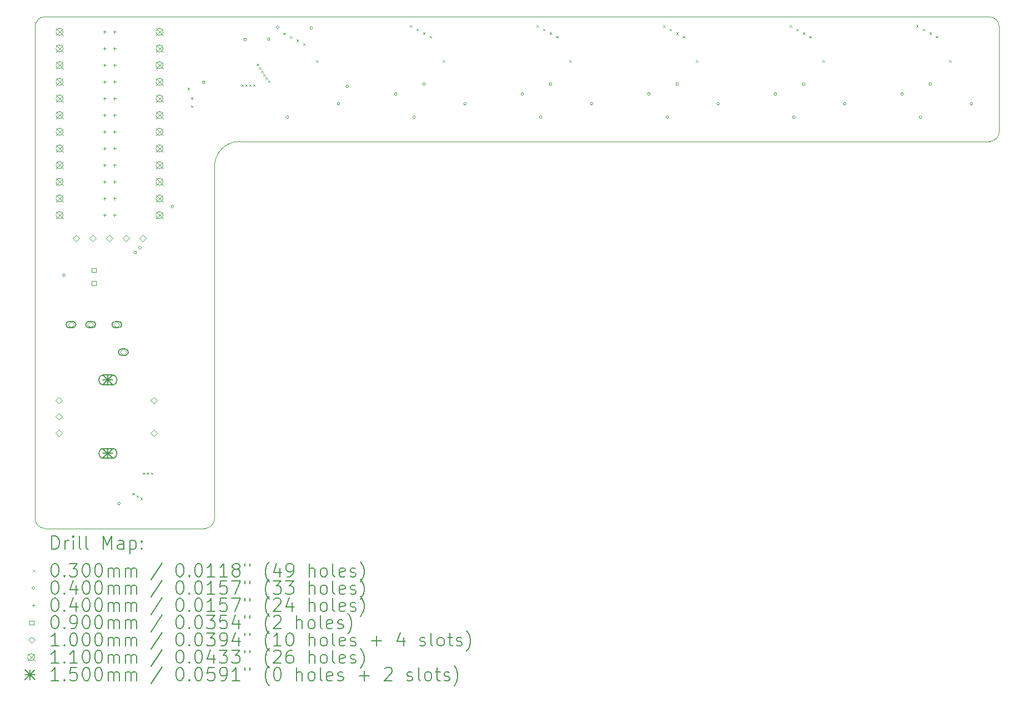
<source format=gbr>
%TF.GenerationSoftware,KiCad,Pcbnew,7.0.8*%
%TF.CreationDate,2023-10-17T10:22:15-07:00*%
%TF.ProjectId,Seismos_CoreR,53656973-6d6f-4735-9f43-6f7265522e6b,rev?*%
%TF.SameCoordinates,Original*%
%TF.FileFunction,Drillmap*%
%TF.FilePolarity,Positive*%
%FSLAX45Y45*%
G04 Gerber Fmt 4.5, Leading zero omitted, Abs format (unit mm)*
G04 Created by KiCad (PCBNEW 7.0.8) date 2023-10-17 10:22:15*
%MOMM*%
%LPD*%
G01*
G04 APERTURE LIST*
%ADD10C,0.100000*%
%ADD11C,0.200000*%
%ADD12C,0.030000*%
%ADD13C,0.040000*%
%ADD14C,0.090000*%
%ADD15C,0.110000*%
%ADD16C,0.150000*%
G04 APERTURE END LIST*
D10*
X5736600Y-9650000D02*
X5736600Y-4281000D01*
X5586600Y-9800000D02*
X3150000Y-9800000D01*
X3000000Y-9650000D02*
X3000000Y-2150000D01*
X3150000Y-2000000D02*
G75*
G03*
X3000000Y-2150000I0J-150000D01*
G01*
X5586600Y-9800000D02*
G75*
G03*
X5736600Y-9650000I0J150000D01*
G01*
X17550000Y-3900000D02*
X6117600Y-3900000D01*
X17550000Y-3900000D02*
G75*
G03*
X17700000Y-3750000I0J150000D01*
G01*
X17700000Y-2150000D02*
G75*
G03*
X17550000Y-2000000I-150000J0D01*
G01*
X3000000Y-9650000D02*
G75*
G03*
X3150000Y-9800000I150000J0D01*
G01*
X6117600Y-3900000D02*
G75*
G03*
X5736600Y-4281000I0J-381000D01*
G01*
X3150000Y-2000000D02*
X17550000Y-2000000D01*
X17700000Y-2150000D02*
X17700000Y-3750000D01*
D11*
D12*
X4484775Y-9259775D02*
X4514775Y-9289775D01*
X4514775Y-9259775D02*
X4484775Y-9289775D01*
X4545000Y-9295000D02*
X4575000Y-9325000D01*
X4575000Y-9295000D02*
X4545000Y-9325000D01*
X4606000Y-9330000D02*
X4636000Y-9360000D01*
X4636000Y-9330000D02*
X4606000Y-9360000D01*
X4645000Y-8945000D02*
X4675000Y-8975000D01*
X4675000Y-8945000D02*
X4645000Y-8975000D01*
X4705000Y-8945000D02*
X4735000Y-8975000D01*
X4735000Y-8945000D02*
X4705000Y-8975000D01*
X4765000Y-8945000D02*
X4795000Y-8975000D01*
X4795000Y-8945000D02*
X4765000Y-8975000D01*
X5325000Y-3085000D02*
X5355000Y-3115000D01*
X5355000Y-3085000D02*
X5325000Y-3115000D01*
X5377650Y-3225000D02*
X5407650Y-3255000D01*
X5407650Y-3225000D02*
X5377650Y-3255000D01*
X5377650Y-3351400D02*
X5407650Y-3381400D01*
X5407650Y-3351400D02*
X5377650Y-3381400D01*
X6145149Y-3029189D02*
X6175149Y-3059189D01*
X6175149Y-3029189D02*
X6145149Y-3059189D01*
X6205099Y-3029189D02*
X6235099Y-3059189D01*
X6235099Y-3029189D02*
X6205099Y-3059189D01*
X6265050Y-3029189D02*
X6295050Y-3059189D01*
X6295050Y-3029189D02*
X6265050Y-3059189D01*
X6325000Y-3029189D02*
X6355000Y-3059189D01*
X6355000Y-3029189D02*
X6325000Y-3059189D01*
X6380000Y-2715250D02*
X6410000Y-2745250D01*
X6410000Y-2715250D02*
X6380000Y-2745250D01*
X6410958Y-2767900D02*
X6440958Y-2797900D01*
X6440958Y-2767900D02*
X6410958Y-2797900D01*
X6446897Y-2820550D02*
X6476897Y-2850550D01*
X6476897Y-2820550D02*
X6446897Y-2850550D01*
X6481680Y-2873200D02*
X6511680Y-2903200D01*
X6511680Y-2873200D02*
X6481680Y-2903200D01*
X6513770Y-2923839D02*
X6543770Y-2953839D01*
X6543770Y-2923839D02*
X6513770Y-2953839D01*
X6551547Y-2970389D02*
X6581547Y-3000389D01*
X6581547Y-2970389D02*
X6551547Y-3000389D01*
X6785000Y-2240000D02*
X6815000Y-2270000D01*
X6815000Y-2240000D02*
X6785000Y-2270000D01*
X6885000Y-2295000D02*
X6915000Y-2325000D01*
X6915000Y-2295000D02*
X6885000Y-2325000D01*
X6985000Y-2347650D02*
X7015000Y-2377650D01*
X7015000Y-2347650D02*
X6985000Y-2377650D01*
X7085000Y-2400300D02*
X7115000Y-2430300D01*
X7115000Y-2400300D02*
X7085000Y-2430300D01*
X7285000Y-2660000D02*
X7315000Y-2690000D01*
X7315000Y-2660000D02*
X7285000Y-2690000D01*
X8715000Y-2125000D02*
X8745000Y-2155000D01*
X8745000Y-2125000D02*
X8715000Y-2155000D01*
X8815000Y-2180000D02*
X8845000Y-2210000D01*
X8845000Y-2180000D02*
X8815000Y-2210000D01*
X8915000Y-2235000D02*
X8945000Y-2265000D01*
X8945000Y-2235000D02*
X8915000Y-2265000D01*
X9015000Y-2290000D02*
X9045000Y-2320000D01*
X9045000Y-2290000D02*
X9015000Y-2320000D01*
X9215000Y-2660000D02*
X9245000Y-2690000D01*
X9245000Y-2660000D02*
X9215000Y-2690000D01*
X10645000Y-2125000D02*
X10675000Y-2155000D01*
X10675000Y-2125000D02*
X10645000Y-2155000D01*
X10745000Y-2180000D02*
X10775000Y-2210000D01*
X10775000Y-2180000D02*
X10745000Y-2210000D01*
X10845000Y-2235000D02*
X10875000Y-2265000D01*
X10875000Y-2235000D02*
X10845000Y-2265000D01*
X10945000Y-2290000D02*
X10975000Y-2320000D01*
X10975000Y-2290000D02*
X10945000Y-2320000D01*
X11145000Y-2660000D02*
X11175000Y-2690000D01*
X11175000Y-2660000D02*
X11145000Y-2690000D01*
X12575000Y-2125000D02*
X12605000Y-2155000D01*
X12605000Y-2125000D02*
X12575000Y-2155000D01*
X12675000Y-2180000D02*
X12705000Y-2210000D01*
X12705000Y-2180000D02*
X12675000Y-2210000D01*
X12775000Y-2235000D02*
X12805000Y-2265000D01*
X12805000Y-2235000D02*
X12775000Y-2265000D01*
X12875000Y-2290000D02*
X12905000Y-2320000D01*
X12905000Y-2290000D02*
X12875000Y-2320000D01*
X13075000Y-2660000D02*
X13105000Y-2690000D01*
X13105000Y-2660000D02*
X13075000Y-2690000D01*
X14505000Y-2125000D02*
X14535000Y-2155000D01*
X14535000Y-2125000D02*
X14505000Y-2155000D01*
X14605000Y-2180000D02*
X14635000Y-2210000D01*
X14635000Y-2180000D02*
X14605000Y-2210000D01*
X14705000Y-2235000D02*
X14735000Y-2265000D01*
X14735000Y-2235000D02*
X14705000Y-2265000D01*
X14805000Y-2290000D02*
X14835000Y-2320000D01*
X14835000Y-2290000D02*
X14805000Y-2320000D01*
X15005000Y-2660000D02*
X15035000Y-2690000D01*
X15035000Y-2660000D02*
X15005000Y-2690000D01*
X16435000Y-2125000D02*
X16465000Y-2155000D01*
X16465000Y-2125000D02*
X16435000Y-2155000D01*
X16535000Y-2180000D02*
X16565000Y-2210000D01*
X16565000Y-2180000D02*
X16535000Y-2210000D01*
X16635000Y-2235000D02*
X16665000Y-2265000D01*
X16665000Y-2235000D02*
X16635000Y-2265000D01*
X16735000Y-2290000D02*
X16765000Y-2320000D01*
X16765000Y-2290000D02*
X16735000Y-2320000D01*
X16935000Y-2660000D02*
X16965000Y-2690000D01*
X16965000Y-2660000D02*
X16935000Y-2690000D01*
D13*
X3460000Y-5940000D02*
G75*
G03*
X3460000Y-5940000I-20000J0D01*
G01*
X4300000Y-9421000D02*
G75*
G03*
X4300000Y-9421000I-20000J0D01*
G01*
X4547863Y-5592135D02*
G75*
G03*
X4547863Y-5592135I-20000J0D01*
G01*
X4620465Y-5519486D02*
G75*
G03*
X4620465Y-5519486I-20000J0D01*
G01*
X5112750Y-4892650D02*
G75*
G03*
X5112750Y-4892650I-20000J0D01*
G01*
X5590000Y-2997500D02*
G75*
G03*
X5590000Y-2997500I-20000J0D01*
G01*
X6225000Y-2345000D02*
G75*
G03*
X6225000Y-2345000I-20000J0D01*
G01*
X6580000Y-2340000D02*
G75*
G03*
X6580000Y-2340000I-20000J0D01*
G01*
X6720000Y-2159000D02*
G75*
G03*
X6720000Y-2159000I-20000J0D01*
G01*
X6870000Y-3529880D02*
G75*
G03*
X6870000Y-3529880I-20000J0D01*
G01*
X7230000Y-2170000D02*
G75*
G03*
X7230000Y-2170000I-20000J0D01*
G01*
X7644810Y-3325070D02*
G75*
G03*
X7644810Y-3325070I-20000J0D01*
G01*
X7780000Y-3060000D02*
G75*
G03*
X7780000Y-3060000I-20000J0D01*
G01*
X8520520Y-3175000D02*
G75*
G03*
X8520520Y-3175000I-20000J0D01*
G01*
X8800000Y-3529880D02*
G75*
G03*
X8800000Y-3529880I-20000J0D01*
G01*
X8950000Y-3025000D02*
G75*
G03*
X8950000Y-3025000I-20000J0D01*
G01*
X9574810Y-3325070D02*
G75*
G03*
X9574810Y-3325070I-20000J0D01*
G01*
X10450520Y-3175000D02*
G75*
G03*
X10450520Y-3175000I-20000J0D01*
G01*
X10730000Y-3529880D02*
G75*
G03*
X10730000Y-3529880I-20000J0D01*
G01*
X10880000Y-3025000D02*
G75*
G03*
X10880000Y-3025000I-20000J0D01*
G01*
X11504810Y-3325070D02*
G75*
G03*
X11504810Y-3325070I-20000J0D01*
G01*
X12380520Y-3175000D02*
G75*
G03*
X12380520Y-3175000I-20000J0D01*
G01*
X12660000Y-3529880D02*
G75*
G03*
X12660000Y-3529880I-20000J0D01*
G01*
X12810000Y-3025000D02*
G75*
G03*
X12810000Y-3025000I-20000J0D01*
G01*
X13434810Y-3325070D02*
G75*
G03*
X13434810Y-3325070I-20000J0D01*
G01*
X14310520Y-3175000D02*
G75*
G03*
X14310520Y-3175000I-20000J0D01*
G01*
X14590000Y-3529880D02*
G75*
G03*
X14590000Y-3529880I-20000J0D01*
G01*
X14740000Y-3025000D02*
G75*
G03*
X14740000Y-3025000I-20000J0D01*
G01*
X15364810Y-3325070D02*
G75*
G03*
X15364810Y-3325070I-20000J0D01*
G01*
X16240520Y-3175000D02*
G75*
G03*
X16240520Y-3175000I-20000J0D01*
G01*
X16520000Y-3529880D02*
G75*
G03*
X16520000Y-3529880I-20000J0D01*
G01*
X16670000Y-3025000D02*
G75*
G03*
X16670000Y-3025000I-20000J0D01*
G01*
X17294810Y-3325070D02*
G75*
G03*
X17294810Y-3325070I-20000J0D01*
G01*
X4058800Y-2208600D02*
X4058800Y-2248600D01*
X4038800Y-2228600D02*
X4078800Y-2228600D01*
X4058800Y-2462600D02*
X4058800Y-2502600D01*
X4038800Y-2482600D02*
X4078800Y-2482600D01*
X4058800Y-2716600D02*
X4058800Y-2756600D01*
X4038800Y-2736600D02*
X4078800Y-2736600D01*
X4058800Y-2970600D02*
X4058800Y-3010600D01*
X4038800Y-2990600D02*
X4078800Y-2990600D01*
X4058800Y-3224600D02*
X4058800Y-3264600D01*
X4038800Y-3244600D02*
X4078800Y-3244600D01*
X4058800Y-3478600D02*
X4058800Y-3518600D01*
X4038800Y-3498600D02*
X4078800Y-3498600D01*
X4058800Y-3732600D02*
X4058800Y-3772600D01*
X4038800Y-3752600D02*
X4078800Y-3752600D01*
X4058800Y-3986600D02*
X4058800Y-4026600D01*
X4038800Y-4006600D02*
X4078800Y-4006600D01*
X4058800Y-4240600D02*
X4058800Y-4280600D01*
X4038800Y-4260600D02*
X4078800Y-4260600D01*
X4058800Y-4494600D02*
X4058800Y-4534600D01*
X4038800Y-4514600D02*
X4078800Y-4514600D01*
X4058800Y-4748600D02*
X4058800Y-4788600D01*
X4038800Y-4768600D02*
X4078800Y-4768600D01*
X4058800Y-5002600D02*
X4058800Y-5042600D01*
X4038800Y-5022600D02*
X4078800Y-5022600D01*
X4211200Y-2208600D02*
X4211200Y-2248600D01*
X4191200Y-2228600D02*
X4231200Y-2228600D01*
X4211200Y-2462600D02*
X4211200Y-2502600D01*
X4191200Y-2482600D02*
X4231200Y-2482600D01*
X4211200Y-2716600D02*
X4211200Y-2756600D01*
X4191200Y-2736600D02*
X4231200Y-2736600D01*
X4211200Y-2970600D02*
X4211200Y-3010600D01*
X4191200Y-2990600D02*
X4231200Y-2990600D01*
X4211200Y-3224600D02*
X4211200Y-3264600D01*
X4191200Y-3244600D02*
X4231200Y-3244600D01*
X4211200Y-3478600D02*
X4211200Y-3518600D01*
X4191200Y-3498600D02*
X4231200Y-3498600D01*
X4211200Y-3732600D02*
X4211200Y-3772600D01*
X4191200Y-3752600D02*
X4231200Y-3752600D01*
X4211200Y-3986600D02*
X4211200Y-4026600D01*
X4191200Y-4006600D02*
X4231200Y-4006600D01*
X4211200Y-4240600D02*
X4211200Y-4280600D01*
X4191200Y-4260600D02*
X4231200Y-4260600D01*
X4211200Y-4494600D02*
X4211200Y-4534600D01*
X4191200Y-4514600D02*
X4231200Y-4514600D01*
X4211200Y-4748600D02*
X4211200Y-4788600D01*
X4191200Y-4768600D02*
X4231200Y-4768600D01*
X4211200Y-5002600D02*
X4211200Y-5042600D01*
X4191200Y-5022600D02*
X4231200Y-5022600D01*
D14*
X3926770Y-5895020D02*
X3926770Y-5831380D01*
X3863130Y-5831380D01*
X3863130Y-5895020D01*
X3926770Y-5895020D01*
X3926770Y-6095020D02*
X3926770Y-6031380D01*
X3863130Y-6031380D01*
X3863130Y-6095020D01*
X3926770Y-6095020D01*
D10*
X3361000Y-7896000D02*
X3411000Y-7846000D01*
X3361000Y-7796000D01*
X3311000Y-7846000D01*
X3361000Y-7896000D01*
X3361000Y-8146000D02*
X3411000Y-8096000D01*
X3361000Y-8046000D01*
X3311000Y-8096000D01*
X3361000Y-8146000D01*
X3361000Y-8396000D02*
X3411000Y-8346000D01*
X3361000Y-8296000D01*
X3311000Y-8346000D01*
X3361000Y-8396000D01*
X3547000Y-6742500D02*
X3597000Y-6692500D01*
X3547000Y-6642500D01*
X3497000Y-6692500D01*
X3547000Y-6742500D01*
D11*
X3522000Y-6742500D02*
X3572000Y-6742500D01*
X3572000Y-6742500D02*
G75*
G03*
X3572000Y-6642500I0J50000D01*
G01*
X3572000Y-6642500D02*
X3522000Y-6642500D01*
X3522000Y-6642500D02*
G75*
G03*
X3522000Y-6742500I0J-50000D01*
G01*
D10*
X3628400Y-5426600D02*
X3678400Y-5376600D01*
X3628400Y-5326600D01*
X3578400Y-5376600D01*
X3628400Y-5426600D01*
X3847000Y-6742500D02*
X3897000Y-6692500D01*
X3847000Y-6642500D01*
X3797000Y-6692500D01*
X3847000Y-6742500D01*
D11*
X3822000Y-6742500D02*
X3872000Y-6742500D01*
X3872000Y-6742500D02*
G75*
G03*
X3872000Y-6642500I0J50000D01*
G01*
X3872000Y-6642500D02*
X3822000Y-6642500D01*
X3822000Y-6642500D02*
G75*
G03*
X3822000Y-6742500I0J-50000D01*
G01*
D10*
X3882400Y-5426600D02*
X3932400Y-5376600D01*
X3882400Y-5326600D01*
X3832400Y-5376600D01*
X3882400Y-5426600D01*
X4136400Y-5426600D02*
X4186400Y-5376600D01*
X4136400Y-5326600D01*
X4086400Y-5376600D01*
X4136400Y-5426600D01*
X4247000Y-6742500D02*
X4297000Y-6692500D01*
X4247000Y-6642500D01*
X4197000Y-6692500D01*
X4247000Y-6742500D01*
D11*
X4222000Y-6742500D02*
X4272000Y-6742500D01*
X4272000Y-6742500D02*
G75*
G03*
X4272000Y-6642500I0J50000D01*
G01*
X4272000Y-6642500D02*
X4222000Y-6642500D01*
X4222000Y-6642500D02*
G75*
G03*
X4222000Y-6742500I0J-50000D01*
G01*
D10*
X4347000Y-7162500D02*
X4397000Y-7112500D01*
X4347000Y-7062500D01*
X4297000Y-7112500D01*
X4347000Y-7162500D01*
D11*
X4322000Y-7162500D02*
X4372000Y-7162500D01*
X4372000Y-7162500D02*
G75*
G03*
X4372000Y-7062500I0J50000D01*
G01*
X4372000Y-7062500D02*
X4322000Y-7062500D01*
X4322000Y-7062500D02*
G75*
G03*
X4322000Y-7162500I0J-50000D01*
G01*
D10*
X4390400Y-5426600D02*
X4440400Y-5376600D01*
X4390400Y-5326600D01*
X4340400Y-5376600D01*
X4390400Y-5426600D01*
X4644400Y-5426600D02*
X4694400Y-5376600D01*
X4644400Y-5326600D01*
X4594400Y-5376600D01*
X4644400Y-5426600D01*
X4811000Y-7896000D02*
X4861000Y-7846000D01*
X4811000Y-7796000D01*
X4761000Y-7846000D01*
X4811000Y-7896000D01*
X4811000Y-8396000D02*
X4861000Y-8346000D01*
X4811000Y-8296000D01*
X4761000Y-8346000D01*
X4811000Y-8396000D01*
D15*
X3318000Y-2173600D02*
X3428000Y-2283600D01*
X3428000Y-2173600D02*
X3318000Y-2283600D01*
X3428000Y-2228600D02*
G75*
G03*
X3428000Y-2228600I-55000J0D01*
G01*
X3318000Y-2173600D02*
X3428000Y-2283600D01*
X3428000Y-2173600D02*
X3318000Y-2283600D01*
X3428000Y-2228600D02*
G75*
G03*
X3428000Y-2228600I-55000J0D01*
G01*
X3318000Y-2427600D02*
X3428000Y-2537600D01*
X3428000Y-2427600D02*
X3318000Y-2537600D01*
X3428000Y-2482600D02*
G75*
G03*
X3428000Y-2482600I-55000J0D01*
G01*
X3318000Y-2681600D02*
X3428000Y-2791600D01*
X3428000Y-2681600D02*
X3318000Y-2791600D01*
X3428000Y-2736600D02*
G75*
G03*
X3428000Y-2736600I-55000J0D01*
G01*
X3318000Y-2935600D02*
X3428000Y-3045600D01*
X3428000Y-2935600D02*
X3318000Y-3045600D01*
X3428000Y-2990600D02*
G75*
G03*
X3428000Y-2990600I-55000J0D01*
G01*
X3318000Y-3189600D02*
X3428000Y-3299600D01*
X3428000Y-3189600D02*
X3318000Y-3299600D01*
X3428000Y-3244600D02*
G75*
G03*
X3428000Y-3244600I-55000J0D01*
G01*
X3318000Y-3443600D02*
X3428000Y-3553600D01*
X3428000Y-3443600D02*
X3318000Y-3553600D01*
X3428000Y-3498600D02*
G75*
G03*
X3428000Y-3498600I-55000J0D01*
G01*
X3318000Y-3697600D02*
X3428000Y-3807600D01*
X3428000Y-3697600D02*
X3318000Y-3807600D01*
X3428000Y-3752600D02*
G75*
G03*
X3428000Y-3752600I-55000J0D01*
G01*
X3318000Y-3951600D02*
X3428000Y-4061600D01*
X3428000Y-3951600D02*
X3318000Y-4061600D01*
X3428000Y-4006600D02*
G75*
G03*
X3428000Y-4006600I-55000J0D01*
G01*
X3318000Y-4205600D02*
X3428000Y-4315600D01*
X3428000Y-4205600D02*
X3318000Y-4315600D01*
X3428000Y-4260600D02*
G75*
G03*
X3428000Y-4260600I-55000J0D01*
G01*
X3318000Y-4459600D02*
X3428000Y-4569600D01*
X3428000Y-4459600D02*
X3318000Y-4569600D01*
X3428000Y-4514600D02*
G75*
G03*
X3428000Y-4514600I-55000J0D01*
G01*
X3318000Y-4713600D02*
X3428000Y-4823600D01*
X3428000Y-4713600D02*
X3318000Y-4823600D01*
X3428000Y-4768600D02*
G75*
G03*
X3428000Y-4768600I-55000J0D01*
G01*
X3318000Y-4967600D02*
X3428000Y-5077600D01*
X3428000Y-4967600D02*
X3318000Y-5077600D01*
X3428000Y-5022600D02*
G75*
G03*
X3428000Y-5022600I-55000J0D01*
G01*
X4842000Y-2173600D02*
X4952000Y-2283600D01*
X4952000Y-2173600D02*
X4842000Y-2283600D01*
X4952000Y-2228600D02*
G75*
G03*
X4952000Y-2228600I-55000J0D01*
G01*
X4842000Y-2173600D02*
X4952000Y-2283600D01*
X4952000Y-2173600D02*
X4842000Y-2283600D01*
X4952000Y-2228600D02*
G75*
G03*
X4952000Y-2228600I-55000J0D01*
G01*
X4842000Y-2427600D02*
X4952000Y-2537600D01*
X4952000Y-2427600D02*
X4842000Y-2537600D01*
X4952000Y-2482600D02*
G75*
G03*
X4952000Y-2482600I-55000J0D01*
G01*
X4842000Y-2681600D02*
X4952000Y-2791600D01*
X4952000Y-2681600D02*
X4842000Y-2791600D01*
X4952000Y-2736600D02*
G75*
G03*
X4952000Y-2736600I-55000J0D01*
G01*
X4842000Y-2935600D02*
X4952000Y-3045600D01*
X4952000Y-2935600D02*
X4842000Y-3045600D01*
X4952000Y-2990600D02*
G75*
G03*
X4952000Y-2990600I-55000J0D01*
G01*
X4842000Y-3189600D02*
X4952000Y-3299600D01*
X4952000Y-3189600D02*
X4842000Y-3299600D01*
X4952000Y-3244600D02*
G75*
G03*
X4952000Y-3244600I-55000J0D01*
G01*
X4842000Y-3443600D02*
X4952000Y-3553600D01*
X4952000Y-3443600D02*
X4842000Y-3553600D01*
X4952000Y-3498600D02*
G75*
G03*
X4952000Y-3498600I-55000J0D01*
G01*
X4842000Y-3697600D02*
X4952000Y-3807600D01*
X4952000Y-3697600D02*
X4842000Y-3807600D01*
X4952000Y-3752600D02*
G75*
G03*
X4952000Y-3752600I-55000J0D01*
G01*
X4842000Y-3951600D02*
X4952000Y-4061600D01*
X4952000Y-3951600D02*
X4842000Y-4061600D01*
X4952000Y-4006600D02*
G75*
G03*
X4952000Y-4006600I-55000J0D01*
G01*
X4842000Y-4205600D02*
X4952000Y-4315600D01*
X4952000Y-4205600D02*
X4842000Y-4315600D01*
X4952000Y-4260600D02*
G75*
G03*
X4952000Y-4260600I-55000J0D01*
G01*
X4842000Y-4459600D02*
X4952000Y-4569600D01*
X4952000Y-4459600D02*
X4842000Y-4569600D01*
X4952000Y-4514600D02*
G75*
G03*
X4952000Y-4514600I-55000J0D01*
G01*
X4842000Y-4713600D02*
X4952000Y-4823600D01*
X4952000Y-4713600D02*
X4842000Y-4823600D01*
X4952000Y-4768600D02*
G75*
G03*
X4952000Y-4768600I-55000J0D01*
G01*
X4842000Y-4967600D02*
X4952000Y-5077600D01*
X4952000Y-4967600D02*
X4842000Y-5077600D01*
X4952000Y-5022600D02*
G75*
G03*
X4952000Y-5022600I-55000J0D01*
G01*
D16*
X4036000Y-7461000D02*
X4186000Y-7611000D01*
X4186000Y-7461000D02*
X4036000Y-7611000D01*
X4111000Y-7461000D02*
X4111000Y-7611000D01*
X4036000Y-7536000D02*
X4186000Y-7536000D01*
D11*
X4046000Y-7611000D02*
X4176000Y-7611000D01*
X4176000Y-7611000D02*
G75*
G03*
X4176000Y-7461000I0J75000D01*
G01*
X4176000Y-7461000D02*
X4046000Y-7461000D01*
X4046000Y-7461000D02*
G75*
G03*
X4046000Y-7611000I0J-75000D01*
G01*
D16*
X4036000Y-8581000D02*
X4186000Y-8731000D01*
X4186000Y-8581000D02*
X4036000Y-8731000D01*
X4111000Y-8581000D02*
X4111000Y-8731000D01*
X4036000Y-8656000D02*
X4186000Y-8656000D01*
D11*
X4046000Y-8731000D02*
X4176000Y-8731000D01*
X4176000Y-8731000D02*
G75*
G03*
X4176000Y-8581000I0J75000D01*
G01*
X4176000Y-8581000D02*
X4046000Y-8581000D01*
X4046000Y-8581000D02*
G75*
G03*
X4046000Y-8731000I0J-75000D01*
G01*
X3255777Y-10116484D02*
X3255777Y-9916484D01*
X3255777Y-9916484D02*
X3303396Y-9916484D01*
X3303396Y-9916484D02*
X3331967Y-9926008D01*
X3331967Y-9926008D02*
X3351015Y-9945055D01*
X3351015Y-9945055D02*
X3360539Y-9964103D01*
X3360539Y-9964103D02*
X3370062Y-10002198D01*
X3370062Y-10002198D02*
X3370062Y-10030770D01*
X3370062Y-10030770D02*
X3360539Y-10068865D01*
X3360539Y-10068865D02*
X3351015Y-10087912D01*
X3351015Y-10087912D02*
X3331967Y-10106960D01*
X3331967Y-10106960D02*
X3303396Y-10116484D01*
X3303396Y-10116484D02*
X3255777Y-10116484D01*
X3455777Y-10116484D02*
X3455777Y-9983150D01*
X3455777Y-10021246D02*
X3465301Y-10002198D01*
X3465301Y-10002198D02*
X3474824Y-9992674D01*
X3474824Y-9992674D02*
X3493872Y-9983150D01*
X3493872Y-9983150D02*
X3512920Y-9983150D01*
X3579586Y-10116484D02*
X3579586Y-9983150D01*
X3579586Y-9916484D02*
X3570062Y-9926008D01*
X3570062Y-9926008D02*
X3579586Y-9935531D01*
X3579586Y-9935531D02*
X3589110Y-9926008D01*
X3589110Y-9926008D02*
X3579586Y-9916484D01*
X3579586Y-9916484D02*
X3579586Y-9935531D01*
X3703396Y-10116484D02*
X3684348Y-10106960D01*
X3684348Y-10106960D02*
X3674824Y-10087912D01*
X3674824Y-10087912D02*
X3674824Y-9916484D01*
X3808158Y-10116484D02*
X3789110Y-10106960D01*
X3789110Y-10106960D02*
X3779586Y-10087912D01*
X3779586Y-10087912D02*
X3779586Y-9916484D01*
X4036729Y-10116484D02*
X4036729Y-9916484D01*
X4036729Y-9916484D02*
X4103396Y-10059341D01*
X4103396Y-10059341D02*
X4170062Y-9916484D01*
X4170062Y-9916484D02*
X4170062Y-10116484D01*
X4351015Y-10116484D02*
X4351015Y-10011722D01*
X4351015Y-10011722D02*
X4341491Y-9992674D01*
X4341491Y-9992674D02*
X4322444Y-9983150D01*
X4322444Y-9983150D02*
X4284348Y-9983150D01*
X4284348Y-9983150D02*
X4265301Y-9992674D01*
X4351015Y-10106960D02*
X4331967Y-10116484D01*
X4331967Y-10116484D02*
X4284348Y-10116484D01*
X4284348Y-10116484D02*
X4265301Y-10106960D01*
X4265301Y-10106960D02*
X4255777Y-10087912D01*
X4255777Y-10087912D02*
X4255777Y-10068865D01*
X4255777Y-10068865D02*
X4265301Y-10049817D01*
X4265301Y-10049817D02*
X4284348Y-10040293D01*
X4284348Y-10040293D02*
X4331967Y-10040293D01*
X4331967Y-10040293D02*
X4351015Y-10030770D01*
X4446253Y-9983150D02*
X4446253Y-10183150D01*
X4446253Y-9992674D02*
X4465301Y-9983150D01*
X4465301Y-9983150D02*
X4503396Y-9983150D01*
X4503396Y-9983150D02*
X4522444Y-9992674D01*
X4522444Y-9992674D02*
X4531967Y-10002198D01*
X4531967Y-10002198D02*
X4541491Y-10021246D01*
X4541491Y-10021246D02*
X4541491Y-10078389D01*
X4541491Y-10078389D02*
X4531967Y-10097436D01*
X4531967Y-10097436D02*
X4522444Y-10106960D01*
X4522444Y-10106960D02*
X4503396Y-10116484D01*
X4503396Y-10116484D02*
X4465301Y-10116484D01*
X4465301Y-10116484D02*
X4446253Y-10106960D01*
X4627205Y-10097436D02*
X4636729Y-10106960D01*
X4636729Y-10106960D02*
X4627205Y-10116484D01*
X4627205Y-10116484D02*
X4617682Y-10106960D01*
X4617682Y-10106960D02*
X4627205Y-10097436D01*
X4627205Y-10097436D02*
X4627205Y-10116484D01*
X4627205Y-9992674D02*
X4636729Y-10002198D01*
X4636729Y-10002198D02*
X4627205Y-10011722D01*
X4627205Y-10011722D02*
X4617682Y-10002198D01*
X4617682Y-10002198D02*
X4627205Y-9992674D01*
X4627205Y-9992674D02*
X4627205Y-10011722D01*
D12*
X2965000Y-10430000D02*
X2995000Y-10460000D01*
X2995000Y-10430000D02*
X2965000Y-10460000D01*
D11*
X3293872Y-10336484D02*
X3312920Y-10336484D01*
X3312920Y-10336484D02*
X3331967Y-10346008D01*
X3331967Y-10346008D02*
X3341491Y-10355531D01*
X3341491Y-10355531D02*
X3351015Y-10374579D01*
X3351015Y-10374579D02*
X3360539Y-10412674D01*
X3360539Y-10412674D02*
X3360539Y-10460293D01*
X3360539Y-10460293D02*
X3351015Y-10498389D01*
X3351015Y-10498389D02*
X3341491Y-10517436D01*
X3341491Y-10517436D02*
X3331967Y-10526960D01*
X3331967Y-10526960D02*
X3312920Y-10536484D01*
X3312920Y-10536484D02*
X3293872Y-10536484D01*
X3293872Y-10536484D02*
X3274824Y-10526960D01*
X3274824Y-10526960D02*
X3265301Y-10517436D01*
X3265301Y-10517436D02*
X3255777Y-10498389D01*
X3255777Y-10498389D02*
X3246253Y-10460293D01*
X3246253Y-10460293D02*
X3246253Y-10412674D01*
X3246253Y-10412674D02*
X3255777Y-10374579D01*
X3255777Y-10374579D02*
X3265301Y-10355531D01*
X3265301Y-10355531D02*
X3274824Y-10346008D01*
X3274824Y-10346008D02*
X3293872Y-10336484D01*
X3446253Y-10517436D02*
X3455777Y-10526960D01*
X3455777Y-10526960D02*
X3446253Y-10536484D01*
X3446253Y-10536484D02*
X3436729Y-10526960D01*
X3436729Y-10526960D02*
X3446253Y-10517436D01*
X3446253Y-10517436D02*
X3446253Y-10536484D01*
X3522443Y-10336484D02*
X3646253Y-10336484D01*
X3646253Y-10336484D02*
X3579586Y-10412674D01*
X3579586Y-10412674D02*
X3608158Y-10412674D01*
X3608158Y-10412674D02*
X3627205Y-10422198D01*
X3627205Y-10422198D02*
X3636729Y-10431722D01*
X3636729Y-10431722D02*
X3646253Y-10450770D01*
X3646253Y-10450770D02*
X3646253Y-10498389D01*
X3646253Y-10498389D02*
X3636729Y-10517436D01*
X3636729Y-10517436D02*
X3627205Y-10526960D01*
X3627205Y-10526960D02*
X3608158Y-10536484D01*
X3608158Y-10536484D02*
X3551015Y-10536484D01*
X3551015Y-10536484D02*
X3531967Y-10526960D01*
X3531967Y-10526960D02*
X3522443Y-10517436D01*
X3770062Y-10336484D02*
X3789110Y-10336484D01*
X3789110Y-10336484D02*
X3808158Y-10346008D01*
X3808158Y-10346008D02*
X3817682Y-10355531D01*
X3817682Y-10355531D02*
X3827205Y-10374579D01*
X3827205Y-10374579D02*
X3836729Y-10412674D01*
X3836729Y-10412674D02*
X3836729Y-10460293D01*
X3836729Y-10460293D02*
X3827205Y-10498389D01*
X3827205Y-10498389D02*
X3817682Y-10517436D01*
X3817682Y-10517436D02*
X3808158Y-10526960D01*
X3808158Y-10526960D02*
X3789110Y-10536484D01*
X3789110Y-10536484D02*
X3770062Y-10536484D01*
X3770062Y-10536484D02*
X3751015Y-10526960D01*
X3751015Y-10526960D02*
X3741491Y-10517436D01*
X3741491Y-10517436D02*
X3731967Y-10498389D01*
X3731967Y-10498389D02*
X3722443Y-10460293D01*
X3722443Y-10460293D02*
X3722443Y-10412674D01*
X3722443Y-10412674D02*
X3731967Y-10374579D01*
X3731967Y-10374579D02*
X3741491Y-10355531D01*
X3741491Y-10355531D02*
X3751015Y-10346008D01*
X3751015Y-10346008D02*
X3770062Y-10336484D01*
X3960539Y-10336484D02*
X3979586Y-10336484D01*
X3979586Y-10336484D02*
X3998634Y-10346008D01*
X3998634Y-10346008D02*
X4008158Y-10355531D01*
X4008158Y-10355531D02*
X4017682Y-10374579D01*
X4017682Y-10374579D02*
X4027205Y-10412674D01*
X4027205Y-10412674D02*
X4027205Y-10460293D01*
X4027205Y-10460293D02*
X4017682Y-10498389D01*
X4017682Y-10498389D02*
X4008158Y-10517436D01*
X4008158Y-10517436D02*
X3998634Y-10526960D01*
X3998634Y-10526960D02*
X3979586Y-10536484D01*
X3979586Y-10536484D02*
X3960539Y-10536484D01*
X3960539Y-10536484D02*
X3941491Y-10526960D01*
X3941491Y-10526960D02*
X3931967Y-10517436D01*
X3931967Y-10517436D02*
X3922443Y-10498389D01*
X3922443Y-10498389D02*
X3912920Y-10460293D01*
X3912920Y-10460293D02*
X3912920Y-10412674D01*
X3912920Y-10412674D02*
X3922443Y-10374579D01*
X3922443Y-10374579D02*
X3931967Y-10355531D01*
X3931967Y-10355531D02*
X3941491Y-10346008D01*
X3941491Y-10346008D02*
X3960539Y-10336484D01*
X4112920Y-10536484D02*
X4112920Y-10403150D01*
X4112920Y-10422198D02*
X4122443Y-10412674D01*
X4122443Y-10412674D02*
X4141491Y-10403150D01*
X4141491Y-10403150D02*
X4170063Y-10403150D01*
X4170063Y-10403150D02*
X4189110Y-10412674D01*
X4189110Y-10412674D02*
X4198634Y-10431722D01*
X4198634Y-10431722D02*
X4198634Y-10536484D01*
X4198634Y-10431722D02*
X4208158Y-10412674D01*
X4208158Y-10412674D02*
X4227205Y-10403150D01*
X4227205Y-10403150D02*
X4255777Y-10403150D01*
X4255777Y-10403150D02*
X4274825Y-10412674D01*
X4274825Y-10412674D02*
X4284348Y-10431722D01*
X4284348Y-10431722D02*
X4284348Y-10536484D01*
X4379586Y-10536484D02*
X4379586Y-10403150D01*
X4379586Y-10422198D02*
X4389110Y-10412674D01*
X4389110Y-10412674D02*
X4408158Y-10403150D01*
X4408158Y-10403150D02*
X4436729Y-10403150D01*
X4436729Y-10403150D02*
X4455777Y-10412674D01*
X4455777Y-10412674D02*
X4465301Y-10431722D01*
X4465301Y-10431722D02*
X4465301Y-10536484D01*
X4465301Y-10431722D02*
X4474825Y-10412674D01*
X4474825Y-10412674D02*
X4493872Y-10403150D01*
X4493872Y-10403150D02*
X4522444Y-10403150D01*
X4522444Y-10403150D02*
X4541491Y-10412674D01*
X4541491Y-10412674D02*
X4551015Y-10431722D01*
X4551015Y-10431722D02*
X4551015Y-10536484D01*
X4941491Y-10326960D02*
X4770063Y-10584103D01*
X5198634Y-10336484D02*
X5217682Y-10336484D01*
X5217682Y-10336484D02*
X5236729Y-10346008D01*
X5236729Y-10346008D02*
X5246253Y-10355531D01*
X5246253Y-10355531D02*
X5255777Y-10374579D01*
X5255777Y-10374579D02*
X5265301Y-10412674D01*
X5265301Y-10412674D02*
X5265301Y-10460293D01*
X5265301Y-10460293D02*
X5255777Y-10498389D01*
X5255777Y-10498389D02*
X5246253Y-10517436D01*
X5246253Y-10517436D02*
X5236729Y-10526960D01*
X5236729Y-10526960D02*
X5217682Y-10536484D01*
X5217682Y-10536484D02*
X5198634Y-10536484D01*
X5198634Y-10536484D02*
X5179587Y-10526960D01*
X5179587Y-10526960D02*
X5170063Y-10517436D01*
X5170063Y-10517436D02*
X5160539Y-10498389D01*
X5160539Y-10498389D02*
X5151015Y-10460293D01*
X5151015Y-10460293D02*
X5151015Y-10412674D01*
X5151015Y-10412674D02*
X5160539Y-10374579D01*
X5160539Y-10374579D02*
X5170063Y-10355531D01*
X5170063Y-10355531D02*
X5179587Y-10346008D01*
X5179587Y-10346008D02*
X5198634Y-10336484D01*
X5351015Y-10517436D02*
X5360539Y-10526960D01*
X5360539Y-10526960D02*
X5351015Y-10536484D01*
X5351015Y-10536484D02*
X5341491Y-10526960D01*
X5341491Y-10526960D02*
X5351015Y-10517436D01*
X5351015Y-10517436D02*
X5351015Y-10536484D01*
X5484348Y-10336484D02*
X5503396Y-10336484D01*
X5503396Y-10336484D02*
X5522444Y-10346008D01*
X5522444Y-10346008D02*
X5531968Y-10355531D01*
X5531968Y-10355531D02*
X5541491Y-10374579D01*
X5541491Y-10374579D02*
X5551015Y-10412674D01*
X5551015Y-10412674D02*
X5551015Y-10460293D01*
X5551015Y-10460293D02*
X5541491Y-10498389D01*
X5541491Y-10498389D02*
X5531968Y-10517436D01*
X5531968Y-10517436D02*
X5522444Y-10526960D01*
X5522444Y-10526960D02*
X5503396Y-10536484D01*
X5503396Y-10536484D02*
X5484348Y-10536484D01*
X5484348Y-10536484D02*
X5465301Y-10526960D01*
X5465301Y-10526960D02*
X5455777Y-10517436D01*
X5455777Y-10517436D02*
X5446253Y-10498389D01*
X5446253Y-10498389D02*
X5436729Y-10460293D01*
X5436729Y-10460293D02*
X5436729Y-10412674D01*
X5436729Y-10412674D02*
X5446253Y-10374579D01*
X5446253Y-10374579D02*
X5455777Y-10355531D01*
X5455777Y-10355531D02*
X5465301Y-10346008D01*
X5465301Y-10346008D02*
X5484348Y-10336484D01*
X5741491Y-10536484D02*
X5627206Y-10536484D01*
X5684348Y-10536484D02*
X5684348Y-10336484D01*
X5684348Y-10336484D02*
X5665301Y-10365055D01*
X5665301Y-10365055D02*
X5646253Y-10384103D01*
X5646253Y-10384103D02*
X5627206Y-10393627D01*
X5931967Y-10536484D02*
X5817682Y-10536484D01*
X5874825Y-10536484D02*
X5874825Y-10336484D01*
X5874825Y-10336484D02*
X5855777Y-10365055D01*
X5855777Y-10365055D02*
X5836729Y-10384103D01*
X5836729Y-10384103D02*
X5817682Y-10393627D01*
X6046253Y-10422198D02*
X6027206Y-10412674D01*
X6027206Y-10412674D02*
X6017682Y-10403150D01*
X6017682Y-10403150D02*
X6008158Y-10384103D01*
X6008158Y-10384103D02*
X6008158Y-10374579D01*
X6008158Y-10374579D02*
X6017682Y-10355531D01*
X6017682Y-10355531D02*
X6027206Y-10346008D01*
X6027206Y-10346008D02*
X6046253Y-10336484D01*
X6046253Y-10336484D02*
X6084348Y-10336484D01*
X6084348Y-10336484D02*
X6103396Y-10346008D01*
X6103396Y-10346008D02*
X6112920Y-10355531D01*
X6112920Y-10355531D02*
X6122444Y-10374579D01*
X6122444Y-10374579D02*
X6122444Y-10384103D01*
X6122444Y-10384103D02*
X6112920Y-10403150D01*
X6112920Y-10403150D02*
X6103396Y-10412674D01*
X6103396Y-10412674D02*
X6084348Y-10422198D01*
X6084348Y-10422198D02*
X6046253Y-10422198D01*
X6046253Y-10422198D02*
X6027206Y-10431722D01*
X6027206Y-10431722D02*
X6017682Y-10441246D01*
X6017682Y-10441246D02*
X6008158Y-10460293D01*
X6008158Y-10460293D02*
X6008158Y-10498389D01*
X6008158Y-10498389D02*
X6017682Y-10517436D01*
X6017682Y-10517436D02*
X6027206Y-10526960D01*
X6027206Y-10526960D02*
X6046253Y-10536484D01*
X6046253Y-10536484D02*
X6084348Y-10536484D01*
X6084348Y-10536484D02*
X6103396Y-10526960D01*
X6103396Y-10526960D02*
X6112920Y-10517436D01*
X6112920Y-10517436D02*
X6122444Y-10498389D01*
X6122444Y-10498389D02*
X6122444Y-10460293D01*
X6122444Y-10460293D02*
X6112920Y-10441246D01*
X6112920Y-10441246D02*
X6103396Y-10431722D01*
X6103396Y-10431722D02*
X6084348Y-10422198D01*
X6198634Y-10336484D02*
X6198634Y-10374579D01*
X6274825Y-10336484D02*
X6274825Y-10374579D01*
X6570063Y-10612674D02*
X6560539Y-10603150D01*
X6560539Y-10603150D02*
X6541491Y-10574579D01*
X6541491Y-10574579D02*
X6531968Y-10555531D01*
X6531968Y-10555531D02*
X6522444Y-10526960D01*
X6522444Y-10526960D02*
X6512920Y-10479341D01*
X6512920Y-10479341D02*
X6512920Y-10441246D01*
X6512920Y-10441246D02*
X6522444Y-10393627D01*
X6522444Y-10393627D02*
X6531968Y-10365055D01*
X6531968Y-10365055D02*
X6541491Y-10346008D01*
X6541491Y-10346008D02*
X6560539Y-10317436D01*
X6560539Y-10317436D02*
X6570063Y-10307912D01*
X6731968Y-10403150D02*
X6731968Y-10536484D01*
X6684348Y-10326960D02*
X6636729Y-10469817D01*
X6636729Y-10469817D02*
X6760539Y-10469817D01*
X6846253Y-10536484D02*
X6884348Y-10536484D01*
X6884348Y-10536484D02*
X6903396Y-10526960D01*
X6903396Y-10526960D02*
X6912920Y-10517436D01*
X6912920Y-10517436D02*
X6931968Y-10488865D01*
X6931968Y-10488865D02*
X6941491Y-10450770D01*
X6941491Y-10450770D02*
X6941491Y-10374579D01*
X6941491Y-10374579D02*
X6931968Y-10355531D01*
X6931968Y-10355531D02*
X6922444Y-10346008D01*
X6922444Y-10346008D02*
X6903396Y-10336484D01*
X6903396Y-10336484D02*
X6865301Y-10336484D01*
X6865301Y-10336484D02*
X6846253Y-10346008D01*
X6846253Y-10346008D02*
X6836729Y-10355531D01*
X6836729Y-10355531D02*
X6827206Y-10374579D01*
X6827206Y-10374579D02*
X6827206Y-10422198D01*
X6827206Y-10422198D02*
X6836729Y-10441246D01*
X6836729Y-10441246D02*
X6846253Y-10450770D01*
X6846253Y-10450770D02*
X6865301Y-10460293D01*
X6865301Y-10460293D02*
X6903396Y-10460293D01*
X6903396Y-10460293D02*
X6922444Y-10450770D01*
X6922444Y-10450770D02*
X6931968Y-10441246D01*
X6931968Y-10441246D02*
X6941491Y-10422198D01*
X7179587Y-10536484D02*
X7179587Y-10336484D01*
X7265301Y-10536484D02*
X7265301Y-10431722D01*
X7265301Y-10431722D02*
X7255777Y-10412674D01*
X7255777Y-10412674D02*
X7236730Y-10403150D01*
X7236730Y-10403150D02*
X7208158Y-10403150D01*
X7208158Y-10403150D02*
X7189110Y-10412674D01*
X7189110Y-10412674D02*
X7179587Y-10422198D01*
X7389110Y-10536484D02*
X7370063Y-10526960D01*
X7370063Y-10526960D02*
X7360539Y-10517436D01*
X7360539Y-10517436D02*
X7351015Y-10498389D01*
X7351015Y-10498389D02*
X7351015Y-10441246D01*
X7351015Y-10441246D02*
X7360539Y-10422198D01*
X7360539Y-10422198D02*
X7370063Y-10412674D01*
X7370063Y-10412674D02*
X7389110Y-10403150D01*
X7389110Y-10403150D02*
X7417682Y-10403150D01*
X7417682Y-10403150D02*
X7436730Y-10412674D01*
X7436730Y-10412674D02*
X7446253Y-10422198D01*
X7446253Y-10422198D02*
X7455777Y-10441246D01*
X7455777Y-10441246D02*
X7455777Y-10498389D01*
X7455777Y-10498389D02*
X7446253Y-10517436D01*
X7446253Y-10517436D02*
X7436730Y-10526960D01*
X7436730Y-10526960D02*
X7417682Y-10536484D01*
X7417682Y-10536484D02*
X7389110Y-10536484D01*
X7570063Y-10536484D02*
X7551015Y-10526960D01*
X7551015Y-10526960D02*
X7541491Y-10507912D01*
X7541491Y-10507912D02*
X7541491Y-10336484D01*
X7722444Y-10526960D02*
X7703396Y-10536484D01*
X7703396Y-10536484D02*
X7665301Y-10536484D01*
X7665301Y-10536484D02*
X7646253Y-10526960D01*
X7646253Y-10526960D02*
X7636730Y-10507912D01*
X7636730Y-10507912D02*
X7636730Y-10431722D01*
X7636730Y-10431722D02*
X7646253Y-10412674D01*
X7646253Y-10412674D02*
X7665301Y-10403150D01*
X7665301Y-10403150D02*
X7703396Y-10403150D01*
X7703396Y-10403150D02*
X7722444Y-10412674D01*
X7722444Y-10412674D02*
X7731968Y-10431722D01*
X7731968Y-10431722D02*
X7731968Y-10450770D01*
X7731968Y-10450770D02*
X7636730Y-10469817D01*
X7808158Y-10526960D02*
X7827206Y-10536484D01*
X7827206Y-10536484D02*
X7865301Y-10536484D01*
X7865301Y-10536484D02*
X7884349Y-10526960D01*
X7884349Y-10526960D02*
X7893872Y-10507912D01*
X7893872Y-10507912D02*
X7893872Y-10498389D01*
X7893872Y-10498389D02*
X7884349Y-10479341D01*
X7884349Y-10479341D02*
X7865301Y-10469817D01*
X7865301Y-10469817D02*
X7836730Y-10469817D01*
X7836730Y-10469817D02*
X7817682Y-10460293D01*
X7817682Y-10460293D02*
X7808158Y-10441246D01*
X7808158Y-10441246D02*
X7808158Y-10431722D01*
X7808158Y-10431722D02*
X7817682Y-10412674D01*
X7817682Y-10412674D02*
X7836730Y-10403150D01*
X7836730Y-10403150D02*
X7865301Y-10403150D01*
X7865301Y-10403150D02*
X7884349Y-10412674D01*
X7960539Y-10612674D02*
X7970063Y-10603150D01*
X7970063Y-10603150D02*
X7989111Y-10574579D01*
X7989111Y-10574579D02*
X7998634Y-10555531D01*
X7998634Y-10555531D02*
X8008158Y-10526960D01*
X8008158Y-10526960D02*
X8017682Y-10479341D01*
X8017682Y-10479341D02*
X8017682Y-10441246D01*
X8017682Y-10441246D02*
X8008158Y-10393627D01*
X8008158Y-10393627D02*
X7998634Y-10365055D01*
X7998634Y-10365055D02*
X7989111Y-10346008D01*
X7989111Y-10346008D02*
X7970063Y-10317436D01*
X7970063Y-10317436D02*
X7960539Y-10307912D01*
D13*
X2995000Y-10709000D02*
G75*
G03*
X2995000Y-10709000I-20000J0D01*
G01*
D11*
X3293872Y-10600484D02*
X3312920Y-10600484D01*
X3312920Y-10600484D02*
X3331967Y-10610008D01*
X3331967Y-10610008D02*
X3341491Y-10619531D01*
X3341491Y-10619531D02*
X3351015Y-10638579D01*
X3351015Y-10638579D02*
X3360539Y-10676674D01*
X3360539Y-10676674D02*
X3360539Y-10724293D01*
X3360539Y-10724293D02*
X3351015Y-10762389D01*
X3351015Y-10762389D02*
X3341491Y-10781436D01*
X3341491Y-10781436D02*
X3331967Y-10790960D01*
X3331967Y-10790960D02*
X3312920Y-10800484D01*
X3312920Y-10800484D02*
X3293872Y-10800484D01*
X3293872Y-10800484D02*
X3274824Y-10790960D01*
X3274824Y-10790960D02*
X3265301Y-10781436D01*
X3265301Y-10781436D02*
X3255777Y-10762389D01*
X3255777Y-10762389D02*
X3246253Y-10724293D01*
X3246253Y-10724293D02*
X3246253Y-10676674D01*
X3246253Y-10676674D02*
X3255777Y-10638579D01*
X3255777Y-10638579D02*
X3265301Y-10619531D01*
X3265301Y-10619531D02*
X3274824Y-10610008D01*
X3274824Y-10610008D02*
X3293872Y-10600484D01*
X3446253Y-10781436D02*
X3455777Y-10790960D01*
X3455777Y-10790960D02*
X3446253Y-10800484D01*
X3446253Y-10800484D02*
X3436729Y-10790960D01*
X3436729Y-10790960D02*
X3446253Y-10781436D01*
X3446253Y-10781436D02*
X3446253Y-10800484D01*
X3627205Y-10667150D02*
X3627205Y-10800484D01*
X3579586Y-10590960D02*
X3531967Y-10733817D01*
X3531967Y-10733817D02*
X3655777Y-10733817D01*
X3770062Y-10600484D02*
X3789110Y-10600484D01*
X3789110Y-10600484D02*
X3808158Y-10610008D01*
X3808158Y-10610008D02*
X3817682Y-10619531D01*
X3817682Y-10619531D02*
X3827205Y-10638579D01*
X3827205Y-10638579D02*
X3836729Y-10676674D01*
X3836729Y-10676674D02*
X3836729Y-10724293D01*
X3836729Y-10724293D02*
X3827205Y-10762389D01*
X3827205Y-10762389D02*
X3817682Y-10781436D01*
X3817682Y-10781436D02*
X3808158Y-10790960D01*
X3808158Y-10790960D02*
X3789110Y-10800484D01*
X3789110Y-10800484D02*
X3770062Y-10800484D01*
X3770062Y-10800484D02*
X3751015Y-10790960D01*
X3751015Y-10790960D02*
X3741491Y-10781436D01*
X3741491Y-10781436D02*
X3731967Y-10762389D01*
X3731967Y-10762389D02*
X3722443Y-10724293D01*
X3722443Y-10724293D02*
X3722443Y-10676674D01*
X3722443Y-10676674D02*
X3731967Y-10638579D01*
X3731967Y-10638579D02*
X3741491Y-10619531D01*
X3741491Y-10619531D02*
X3751015Y-10610008D01*
X3751015Y-10610008D02*
X3770062Y-10600484D01*
X3960539Y-10600484D02*
X3979586Y-10600484D01*
X3979586Y-10600484D02*
X3998634Y-10610008D01*
X3998634Y-10610008D02*
X4008158Y-10619531D01*
X4008158Y-10619531D02*
X4017682Y-10638579D01*
X4017682Y-10638579D02*
X4027205Y-10676674D01*
X4027205Y-10676674D02*
X4027205Y-10724293D01*
X4027205Y-10724293D02*
X4017682Y-10762389D01*
X4017682Y-10762389D02*
X4008158Y-10781436D01*
X4008158Y-10781436D02*
X3998634Y-10790960D01*
X3998634Y-10790960D02*
X3979586Y-10800484D01*
X3979586Y-10800484D02*
X3960539Y-10800484D01*
X3960539Y-10800484D02*
X3941491Y-10790960D01*
X3941491Y-10790960D02*
X3931967Y-10781436D01*
X3931967Y-10781436D02*
X3922443Y-10762389D01*
X3922443Y-10762389D02*
X3912920Y-10724293D01*
X3912920Y-10724293D02*
X3912920Y-10676674D01*
X3912920Y-10676674D02*
X3922443Y-10638579D01*
X3922443Y-10638579D02*
X3931967Y-10619531D01*
X3931967Y-10619531D02*
X3941491Y-10610008D01*
X3941491Y-10610008D02*
X3960539Y-10600484D01*
X4112920Y-10800484D02*
X4112920Y-10667150D01*
X4112920Y-10686198D02*
X4122443Y-10676674D01*
X4122443Y-10676674D02*
X4141491Y-10667150D01*
X4141491Y-10667150D02*
X4170063Y-10667150D01*
X4170063Y-10667150D02*
X4189110Y-10676674D01*
X4189110Y-10676674D02*
X4198634Y-10695722D01*
X4198634Y-10695722D02*
X4198634Y-10800484D01*
X4198634Y-10695722D02*
X4208158Y-10676674D01*
X4208158Y-10676674D02*
X4227205Y-10667150D01*
X4227205Y-10667150D02*
X4255777Y-10667150D01*
X4255777Y-10667150D02*
X4274825Y-10676674D01*
X4274825Y-10676674D02*
X4284348Y-10695722D01*
X4284348Y-10695722D02*
X4284348Y-10800484D01*
X4379586Y-10800484D02*
X4379586Y-10667150D01*
X4379586Y-10686198D02*
X4389110Y-10676674D01*
X4389110Y-10676674D02*
X4408158Y-10667150D01*
X4408158Y-10667150D02*
X4436729Y-10667150D01*
X4436729Y-10667150D02*
X4455777Y-10676674D01*
X4455777Y-10676674D02*
X4465301Y-10695722D01*
X4465301Y-10695722D02*
X4465301Y-10800484D01*
X4465301Y-10695722D02*
X4474825Y-10676674D01*
X4474825Y-10676674D02*
X4493872Y-10667150D01*
X4493872Y-10667150D02*
X4522444Y-10667150D01*
X4522444Y-10667150D02*
X4541491Y-10676674D01*
X4541491Y-10676674D02*
X4551015Y-10695722D01*
X4551015Y-10695722D02*
X4551015Y-10800484D01*
X4941491Y-10590960D02*
X4770063Y-10848103D01*
X5198634Y-10600484D02*
X5217682Y-10600484D01*
X5217682Y-10600484D02*
X5236729Y-10610008D01*
X5236729Y-10610008D02*
X5246253Y-10619531D01*
X5246253Y-10619531D02*
X5255777Y-10638579D01*
X5255777Y-10638579D02*
X5265301Y-10676674D01*
X5265301Y-10676674D02*
X5265301Y-10724293D01*
X5265301Y-10724293D02*
X5255777Y-10762389D01*
X5255777Y-10762389D02*
X5246253Y-10781436D01*
X5246253Y-10781436D02*
X5236729Y-10790960D01*
X5236729Y-10790960D02*
X5217682Y-10800484D01*
X5217682Y-10800484D02*
X5198634Y-10800484D01*
X5198634Y-10800484D02*
X5179587Y-10790960D01*
X5179587Y-10790960D02*
X5170063Y-10781436D01*
X5170063Y-10781436D02*
X5160539Y-10762389D01*
X5160539Y-10762389D02*
X5151015Y-10724293D01*
X5151015Y-10724293D02*
X5151015Y-10676674D01*
X5151015Y-10676674D02*
X5160539Y-10638579D01*
X5160539Y-10638579D02*
X5170063Y-10619531D01*
X5170063Y-10619531D02*
X5179587Y-10610008D01*
X5179587Y-10610008D02*
X5198634Y-10600484D01*
X5351015Y-10781436D02*
X5360539Y-10790960D01*
X5360539Y-10790960D02*
X5351015Y-10800484D01*
X5351015Y-10800484D02*
X5341491Y-10790960D01*
X5341491Y-10790960D02*
X5351015Y-10781436D01*
X5351015Y-10781436D02*
X5351015Y-10800484D01*
X5484348Y-10600484D02*
X5503396Y-10600484D01*
X5503396Y-10600484D02*
X5522444Y-10610008D01*
X5522444Y-10610008D02*
X5531968Y-10619531D01*
X5531968Y-10619531D02*
X5541491Y-10638579D01*
X5541491Y-10638579D02*
X5551015Y-10676674D01*
X5551015Y-10676674D02*
X5551015Y-10724293D01*
X5551015Y-10724293D02*
X5541491Y-10762389D01*
X5541491Y-10762389D02*
X5531968Y-10781436D01*
X5531968Y-10781436D02*
X5522444Y-10790960D01*
X5522444Y-10790960D02*
X5503396Y-10800484D01*
X5503396Y-10800484D02*
X5484348Y-10800484D01*
X5484348Y-10800484D02*
X5465301Y-10790960D01*
X5465301Y-10790960D02*
X5455777Y-10781436D01*
X5455777Y-10781436D02*
X5446253Y-10762389D01*
X5446253Y-10762389D02*
X5436729Y-10724293D01*
X5436729Y-10724293D02*
X5436729Y-10676674D01*
X5436729Y-10676674D02*
X5446253Y-10638579D01*
X5446253Y-10638579D02*
X5455777Y-10619531D01*
X5455777Y-10619531D02*
X5465301Y-10610008D01*
X5465301Y-10610008D02*
X5484348Y-10600484D01*
X5741491Y-10800484D02*
X5627206Y-10800484D01*
X5684348Y-10800484D02*
X5684348Y-10600484D01*
X5684348Y-10600484D02*
X5665301Y-10629055D01*
X5665301Y-10629055D02*
X5646253Y-10648103D01*
X5646253Y-10648103D02*
X5627206Y-10657627D01*
X5922444Y-10600484D02*
X5827206Y-10600484D01*
X5827206Y-10600484D02*
X5817682Y-10695722D01*
X5817682Y-10695722D02*
X5827206Y-10686198D01*
X5827206Y-10686198D02*
X5846253Y-10676674D01*
X5846253Y-10676674D02*
X5893872Y-10676674D01*
X5893872Y-10676674D02*
X5912920Y-10686198D01*
X5912920Y-10686198D02*
X5922444Y-10695722D01*
X5922444Y-10695722D02*
X5931967Y-10714770D01*
X5931967Y-10714770D02*
X5931967Y-10762389D01*
X5931967Y-10762389D02*
X5922444Y-10781436D01*
X5922444Y-10781436D02*
X5912920Y-10790960D01*
X5912920Y-10790960D02*
X5893872Y-10800484D01*
X5893872Y-10800484D02*
X5846253Y-10800484D01*
X5846253Y-10800484D02*
X5827206Y-10790960D01*
X5827206Y-10790960D02*
X5817682Y-10781436D01*
X5998634Y-10600484D02*
X6131967Y-10600484D01*
X6131967Y-10600484D02*
X6046253Y-10800484D01*
X6198634Y-10600484D02*
X6198634Y-10638579D01*
X6274825Y-10600484D02*
X6274825Y-10638579D01*
X6570063Y-10876674D02*
X6560539Y-10867150D01*
X6560539Y-10867150D02*
X6541491Y-10838579D01*
X6541491Y-10838579D02*
X6531968Y-10819531D01*
X6531968Y-10819531D02*
X6522444Y-10790960D01*
X6522444Y-10790960D02*
X6512920Y-10743341D01*
X6512920Y-10743341D02*
X6512920Y-10705246D01*
X6512920Y-10705246D02*
X6522444Y-10657627D01*
X6522444Y-10657627D02*
X6531968Y-10629055D01*
X6531968Y-10629055D02*
X6541491Y-10610008D01*
X6541491Y-10610008D02*
X6560539Y-10581436D01*
X6560539Y-10581436D02*
X6570063Y-10571912D01*
X6627206Y-10600484D02*
X6751015Y-10600484D01*
X6751015Y-10600484D02*
X6684348Y-10676674D01*
X6684348Y-10676674D02*
X6712920Y-10676674D01*
X6712920Y-10676674D02*
X6731968Y-10686198D01*
X6731968Y-10686198D02*
X6741491Y-10695722D01*
X6741491Y-10695722D02*
X6751015Y-10714770D01*
X6751015Y-10714770D02*
X6751015Y-10762389D01*
X6751015Y-10762389D02*
X6741491Y-10781436D01*
X6741491Y-10781436D02*
X6731968Y-10790960D01*
X6731968Y-10790960D02*
X6712920Y-10800484D01*
X6712920Y-10800484D02*
X6655777Y-10800484D01*
X6655777Y-10800484D02*
X6636729Y-10790960D01*
X6636729Y-10790960D02*
X6627206Y-10781436D01*
X6817682Y-10600484D02*
X6941491Y-10600484D01*
X6941491Y-10600484D02*
X6874825Y-10676674D01*
X6874825Y-10676674D02*
X6903396Y-10676674D01*
X6903396Y-10676674D02*
X6922444Y-10686198D01*
X6922444Y-10686198D02*
X6931968Y-10695722D01*
X6931968Y-10695722D02*
X6941491Y-10714770D01*
X6941491Y-10714770D02*
X6941491Y-10762389D01*
X6941491Y-10762389D02*
X6931968Y-10781436D01*
X6931968Y-10781436D02*
X6922444Y-10790960D01*
X6922444Y-10790960D02*
X6903396Y-10800484D01*
X6903396Y-10800484D02*
X6846253Y-10800484D01*
X6846253Y-10800484D02*
X6827206Y-10790960D01*
X6827206Y-10790960D02*
X6817682Y-10781436D01*
X7179587Y-10800484D02*
X7179587Y-10600484D01*
X7265301Y-10800484D02*
X7265301Y-10695722D01*
X7265301Y-10695722D02*
X7255777Y-10676674D01*
X7255777Y-10676674D02*
X7236730Y-10667150D01*
X7236730Y-10667150D02*
X7208158Y-10667150D01*
X7208158Y-10667150D02*
X7189110Y-10676674D01*
X7189110Y-10676674D02*
X7179587Y-10686198D01*
X7389110Y-10800484D02*
X7370063Y-10790960D01*
X7370063Y-10790960D02*
X7360539Y-10781436D01*
X7360539Y-10781436D02*
X7351015Y-10762389D01*
X7351015Y-10762389D02*
X7351015Y-10705246D01*
X7351015Y-10705246D02*
X7360539Y-10686198D01*
X7360539Y-10686198D02*
X7370063Y-10676674D01*
X7370063Y-10676674D02*
X7389110Y-10667150D01*
X7389110Y-10667150D02*
X7417682Y-10667150D01*
X7417682Y-10667150D02*
X7436730Y-10676674D01*
X7436730Y-10676674D02*
X7446253Y-10686198D01*
X7446253Y-10686198D02*
X7455777Y-10705246D01*
X7455777Y-10705246D02*
X7455777Y-10762389D01*
X7455777Y-10762389D02*
X7446253Y-10781436D01*
X7446253Y-10781436D02*
X7436730Y-10790960D01*
X7436730Y-10790960D02*
X7417682Y-10800484D01*
X7417682Y-10800484D02*
X7389110Y-10800484D01*
X7570063Y-10800484D02*
X7551015Y-10790960D01*
X7551015Y-10790960D02*
X7541491Y-10771912D01*
X7541491Y-10771912D02*
X7541491Y-10600484D01*
X7722444Y-10790960D02*
X7703396Y-10800484D01*
X7703396Y-10800484D02*
X7665301Y-10800484D01*
X7665301Y-10800484D02*
X7646253Y-10790960D01*
X7646253Y-10790960D02*
X7636730Y-10771912D01*
X7636730Y-10771912D02*
X7636730Y-10695722D01*
X7636730Y-10695722D02*
X7646253Y-10676674D01*
X7646253Y-10676674D02*
X7665301Y-10667150D01*
X7665301Y-10667150D02*
X7703396Y-10667150D01*
X7703396Y-10667150D02*
X7722444Y-10676674D01*
X7722444Y-10676674D02*
X7731968Y-10695722D01*
X7731968Y-10695722D02*
X7731968Y-10714770D01*
X7731968Y-10714770D02*
X7636730Y-10733817D01*
X7808158Y-10790960D02*
X7827206Y-10800484D01*
X7827206Y-10800484D02*
X7865301Y-10800484D01*
X7865301Y-10800484D02*
X7884349Y-10790960D01*
X7884349Y-10790960D02*
X7893872Y-10771912D01*
X7893872Y-10771912D02*
X7893872Y-10762389D01*
X7893872Y-10762389D02*
X7884349Y-10743341D01*
X7884349Y-10743341D02*
X7865301Y-10733817D01*
X7865301Y-10733817D02*
X7836730Y-10733817D01*
X7836730Y-10733817D02*
X7817682Y-10724293D01*
X7817682Y-10724293D02*
X7808158Y-10705246D01*
X7808158Y-10705246D02*
X7808158Y-10695722D01*
X7808158Y-10695722D02*
X7817682Y-10676674D01*
X7817682Y-10676674D02*
X7836730Y-10667150D01*
X7836730Y-10667150D02*
X7865301Y-10667150D01*
X7865301Y-10667150D02*
X7884349Y-10676674D01*
X7960539Y-10876674D02*
X7970063Y-10867150D01*
X7970063Y-10867150D02*
X7989111Y-10838579D01*
X7989111Y-10838579D02*
X7998634Y-10819531D01*
X7998634Y-10819531D02*
X8008158Y-10790960D01*
X8008158Y-10790960D02*
X8017682Y-10743341D01*
X8017682Y-10743341D02*
X8017682Y-10705246D01*
X8017682Y-10705246D02*
X8008158Y-10657627D01*
X8008158Y-10657627D02*
X7998634Y-10629055D01*
X7998634Y-10629055D02*
X7989111Y-10610008D01*
X7989111Y-10610008D02*
X7970063Y-10581436D01*
X7970063Y-10581436D02*
X7960539Y-10571912D01*
D13*
X2975000Y-10953000D02*
X2975000Y-10993000D01*
X2955000Y-10973000D02*
X2995000Y-10973000D01*
D11*
X3293872Y-10864484D02*
X3312920Y-10864484D01*
X3312920Y-10864484D02*
X3331967Y-10874008D01*
X3331967Y-10874008D02*
X3341491Y-10883531D01*
X3341491Y-10883531D02*
X3351015Y-10902579D01*
X3351015Y-10902579D02*
X3360539Y-10940674D01*
X3360539Y-10940674D02*
X3360539Y-10988293D01*
X3360539Y-10988293D02*
X3351015Y-11026389D01*
X3351015Y-11026389D02*
X3341491Y-11045436D01*
X3341491Y-11045436D02*
X3331967Y-11054960D01*
X3331967Y-11054960D02*
X3312920Y-11064484D01*
X3312920Y-11064484D02*
X3293872Y-11064484D01*
X3293872Y-11064484D02*
X3274824Y-11054960D01*
X3274824Y-11054960D02*
X3265301Y-11045436D01*
X3265301Y-11045436D02*
X3255777Y-11026389D01*
X3255777Y-11026389D02*
X3246253Y-10988293D01*
X3246253Y-10988293D02*
X3246253Y-10940674D01*
X3246253Y-10940674D02*
X3255777Y-10902579D01*
X3255777Y-10902579D02*
X3265301Y-10883531D01*
X3265301Y-10883531D02*
X3274824Y-10874008D01*
X3274824Y-10874008D02*
X3293872Y-10864484D01*
X3446253Y-11045436D02*
X3455777Y-11054960D01*
X3455777Y-11054960D02*
X3446253Y-11064484D01*
X3446253Y-11064484D02*
X3436729Y-11054960D01*
X3436729Y-11054960D02*
X3446253Y-11045436D01*
X3446253Y-11045436D02*
X3446253Y-11064484D01*
X3627205Y-10931150D02*
X3627205Y-11064484D01*
X3579586Y-10854960D02*
X3531967Y-10997817D01*
X3531967Y-10997817D02*
X3655777Y-10997817D01*
X3770062Y-10864484D02*
X3789110Y-10864484D01*
X3789110Y-10864484D02*
X3808158Y-10874008D01*
X3808158Y-10874008D02*
X3817682Y-10883531D01*
X3817682Y-10883531D02*
X3827205Y-10902579D01*
X3827205Y-10902579D02*
X3836729Y-10940674D01*
X3836729Y-10940674D02*
X3836729Y-10988293D01*
X3836729Y-10988293D02*
X3827205Y-11026389D01*
X3827205Y-11026389D02*
X3817682Y-11045436D01*
X3817682Y-11045436D02*
X3808158Y-11054960D01*
X3808158Y-11054960D02*
X3789110Y-11064484D01*
X3789110Y-11064484D02*
X3770062Y-11064484D01*
X3770062Y-11064484D02*
X3751015Y-11054960D01*
X3751015Y-11054960D02*
X3741491Y-11045436D01*
X3741491Y-11045436D02*
X3731967Y-11026389D01*
X3731967Y-11026389D02*
X3722443Y-10988293D01*
X3722443Y-10988293D02*
X3722443Y-10940674D01*
X3722443Y-10940674D02*
X3731967Y-10902579D01*
X3731967Y-10902579D02*
X3741491Y-10883531D01*
X3741491Y-10883531D02*
X3751015Y-10874008D01*
X3751015Y-10874008D02*
X3770062Y-10864484D01*
X3960539Y-10864484D02*
X3979586Y-10864484D01*
X3979586Y-10864484D02*
X3998634Y-10874008D01*
X3998634Y-10874008D02*
X4008158Y-10883531D01*
X4008158Y-10883531D02*
X4017682Y-10902579D01*
X4017682Y-10902579D02*
X4027205Y-10940674D01*
X4027205Y-10940674D02*
X4027205Y-10988293D01*
X4027205Y-10988293D02*
X4017682Y-11026389D01*
X4017682Y-11026389D02*
X4008158Y-11045436D01*
X4008158Y-11045436D02*
X3998634Y-11054960D01*
X3998634Y-11054960D02*
X3979586Y-11064484D01*
X3979586Y-11064484D02*
X3960539Y-11064484D01*
X3960539Y-11064484D02*
X3941491Y-11054960D01*
X3941491Y-11054960D02*
X3931967Y-11045436D01*
X3931967Y-11045436D02*
X3922443Y-11026389D01*
X3922443Y-11026389D02*
X3912920Y-10988293D01*
X3912920Y-10988293D02*
X3912920Y-10940674D01*
X3912920Y-10940674D02*
X3922443Y-10902579D01*
X3922443Y-10902579D02*
X3931967Y-10883531D01*
X3931967Y-10883531D02*
X3941491Y-10874008D01*
X3941491Y-10874008D02*
X3960539Y-10864484D01*
X4112920Y-11064484D02*
X4112920Y-10931150D01*
X4112920Y-10950198D02*
X4122443Y-10940674D01*
X4122443Y-10940674D02*
X4141491Y-10931150D01*
X4141491Y-10931150D02*
X4170063Y-10931150D01*
X4170063Y-10931150D02*
X4189110Y-10940674D01*
X4189110Y-10940674D02*
X4198634Y-10959722D01*
X4198634Y-10959722D02*
X4198634Y-11064484D01*
X4198634Y-10959722D02*
X4208158Y-10940674D01*
X4208158Y-10940674D02*
X4227205Y-10931150D01*
X4227205Y-10931150D02*
X4255777Y-10931150D01*
X4255777Y-10931150D02*
X4274825Y-10940674D01*
X4274825Y-10940674D02*
X4284348Y-10959722D01*
X4284348Y-10959722D02*
X4284348Y-11064484D01*
X4379586Y-11064484D02*
X4379586Y-10931150D01*
X4379586Y-10950198D02*
X4389110Y-10940674D01*
X4389110Y-10940674D02*
X4408158Y-10931150D01*
X4408158Y-10931150D02*
X4436729Y-10931150D01*
X4436729Y-10931150D02*
X4455777Y-10940674D01*
X4455777Y-10940674D02*
X4465301Y-10959722D01*
X4465301Y-10959722D02*
X4465301Y-11064484D01*
X4465301Y-10959722D02*
X4474825Y-10940674D01*
X4474825Y-10940674D02*
X4493872Y-10931150D01*
X4493872Y-10931150D02*
X4522444Y-10931150D01*
X4522444Y-10931150D02*
X4541491Y-10940674D01*
X4541491Y-10940674D02*
X4551015Y-10959722D01*
X4551015Y-10959722D02*
X4551015Y-11064484D01*
X4941491Y-10854960D02*
X4770063Y-11112103D01*
X5198634Y-10864484D02*
X5217682Y-10864484D01*
X5217682Y-10864484D02*
X5236729Y-10874008D01*
X5236729Y-10874008D02*
X5246253Y-10883531D01*
X5246253Y-10883531D02*
X5255777Y-10902579D01*
X5255777Y-10902579D02*
X5265301Y-10940674D01*
X5265301Y-10940674D02*
X5265301Y-10988293D01*
X5265301Y-10988293D02*
X5255777Y-11026389D01*
X5255777Y-11026389D02*
X5246253Y-11045436D01*
X5246253Y-11045436D02*
X5236729Y-11054960D01*
X5236729Y-11054960D02*
X5217682Y-11064484D01*
X5217682Y-11064484D02*
X5198634Y-11064484D01*
X5198634Y-11064484D02*
X5179587Y-11054960D01*
X5179587Y-11054960D02*
X5170063Y-11045436D01*
X5170063Y-11045436D02*
X5160539Y-11026389D01*
X5160539Y-11026389D02*
X5151015Y-10988293D01*
X5151015Y-10988293D02*
X5151015Y-10940674D01*
X5151015Y-10940674D02*
X5160539Y-10902579D01*
X5160539Y-10902579D02*
X5170063Y-10883531D01*
X5170063Y-10883531D02*
X5179587Y-10874008D01*
X5179587Y-10874008D02*
X5198634Y-10864484D01*
X5351015Y-11045436D02*
X5360539Y-11054960D01*
X5360539Y-11054960D02*
X5351015Y-11064484D01*
X5351015Y-11064484D02*
X5341491Y-11054960D01*
X5341491Y-11054960D02*
X5351015Y-11045436D01*
X5351015Y-11045436D02*
X5351015Y-11064484D01*
X5484348Y-10864484D02*
X5503396Y-10864484D01*
X5503396Y-10864484D02*
X5522444Y-10874008D01*
X5522444Y-10874008D02*
X5531968Y-10883531D01*
X5531968Y-10883531D02*
X5541491Y-10902579D01*
X5541491Y-10902579D02*
X5551015Y-10940674D01*
X5551015Y-10940674D02*
X5551015Y-10988293D01*
X5551015Y-10988293D02*
X5541491Y-11026389D01*
X5541491Y-11026389D02*
X5531968Y-11045436D01*
X5531968Y-11045436D02*
X5522444Y-11054960D01*
X5522444Y-11054960D02*
X5503396Y-11064484D01*
X5503396Y-11064484D02*
X5484348Y-11064484D01*
X5484348Y-11064484D02*
X5465301Y-11054960D01*
X5465301Y-11054960D02*
X5455777Y-11045436D01*
X5455777Y-11045436D02*
X5446253Y-11026389D01*
X5446253Y-11026389D02*
X5436729Y-10988293D01*
X5436729Y-10988293D02*
X5436729Y-10940674D01*
X5436729Y-10940674D02*
X5446253Y-10902579D01*
X5446253Y-10902579D02*
X5455777Y-10883531D01*
X5455777Y-10883531D02*
X5465301Y-10874008D01*
X5465301Y-10874008D02*
X5484348Y-10864484D01*
X5741491Y-11064484D02*
X5627206Y-11064484D01*
X5684348Y-11064484D02*
X5684348Y-10864484D01*
X5684348Y-10864484D02*
X5665301Y-10893055D01*
X5665301Y-10893055D02*
X5646253Y-10912103D01*
X5646253Y-10912103D02*
X5627206Y-10921627D01*
X5922444Y-10864484D02*
X5827206Y-10864484D01*
X5827206Y-10864484D02*
X5817682Y-10959722D01*
X5817682Y-10959722D02*
X5827206Y-10950198D01*
X5827206Y-10950198D02*
X5846253Y-10940674D01*
X5846253Y-10940674D02*
X5893872Y-10940674D01*
X5893872Y-10940674D02*
X5912920Y-10950198D01*
X5912920Y-10950198D02*
X5922444Y-10959722D01*
X5922444Y-10959722D02*
X5931967Y-10978770D01*
X5931967Y-10978770D02*
X5931967Y-11026389D01*
X5931967Y-11026389D02*
X5922444Y-11045436D01*
X5922444Y-11045436D02*
X5912920Y-11054960D01*
X5912920Y-11054960D02*
X5893872Y-11064484D01*
X5893872Y-11064484D02*
X5846253Y-11064484D01*
X5846253Y-11064484D02*
X5827206Y-11054960D01*
X5827206Y-11054960D02*
X5817682Y-11045436D01*
X5998634Y-10864484D02*
X6131967Y-10864484D01*
X6131967Y-10864484D02*
X6046253Y-11064484D01*
X6198634Y-10864484D02*
X6198634Y-10902579D01*
X6274825Y-10864484D02*
X6274825Y-10902579D01*
X6570063Y-11140674D02*
X6560539Y-11131150D01*
X6560539Y-11131150D02*
X6541491Y-11102579D01*
X6541491Y-11102579D02*
X6531968Y-11083531D01*
X6531968Y-11083531D02*
X6522444Y-11054960D01*
X6522444Y-11054960D02*
X6512920Y-11007341D01*
X6512920Y-11007341D02*
X6512920Y-10969246D01*
X6512920Y-10969246D02*
X6522444Y-10921627D01*
X6522444Y-10921627D02*
X6531968Y-10893055D01*
X6531968Y-10893055D02*
X6541491Y-10874008D01*
X6541491Y-10874008D02*
X6560539Y-10845436D01*
X6560539Y-10845436D02*
X6570063Y-10835912D01*
X6636729Y-10883531D02*
X6646253Y-10874008D01*
X6646253Y-10874008D02*
X6665301Y-10864484D01*
X6665301Y-10864484D02*
X6712920Y-10864484D01*
X6712920Y-10864484D02*
X6731968Y-10874008D01*
X6731968Y-10874008D02*
X6741491Y-10883531D01*
X6741491Y-10883531D02*
X6751015Y-10902579D01*
X6751015Y-10902579D02*
X6751015Y-10921627D01*
X6751015Y-10921627D02*
X6741491Y-10950198D01*
X6741491Y-10950198D02*
X6627206Y-11064484D01*
X6627206Y-11064484D02*
X6751015Y-11064484D01*
X6922444Y-10931150D02*
X6922444Y-11064484D01*
X6874825Y-10854960D02*
X6827206Y-10997817D01*
X6827206Y-10997817D02*
X6951015Y-10997817D01*
X7179587Y-11064484D02*
X7179587Y-10864484D01*
X7265301Y-11064484D02*
X7265301Y-10959722D01*
X7265301Y-10959722D02*
X7255777Y-10940674D01*
X7255777Y-10940674D02*
X7236730Y-10931150D01*
X7236730Y-10931150D02*
X7208158Y-10931150D01*
X7208158Y-10931150D02*
X7189110Y-10940674D01*
X7189110Y-10940674D02*
X7179587Y-10950198D01*
X7389110Y-11064484D02*
X7370063Y-11054960D01*
X7370063Y-11054960D02*
X7360539Y-11045436D01*
X7360539Y-11045436D02*
X7351015Y-11026389D01*
X7351015Y-11026389D02*
X7351015Y-10969246D01*
X7351015Y-10969246D02*
X7360539Y-10950198D01*
X7360539Y-10950198D02*
X7370063Y-10940674D01*
X7370063Y-10940674D02*
X7389110Y-10931150D01*
X7389110Y-10931150D02*
X7417682Y-10931150D01*
X7417682Y-10931150D02*
X7436730Y-10940674D01*
X7436730Y-10940674D02*
X7446253Y-10950198D01*
X7446253Y-10950198D02*
X7455777Y-10969246D01*
X7455777Y-10969246D02*
X7455777Y-11026389D01*
X7455777Y-11026389D02*
X7446253Y-11045436D01*
X7446253Y-11045436D02*
X7436730Y-11054960D01*
X7436730Y-11054960D02*
X7417682Y-11064484D01*
X7417682Y-11064484D02*
X7389110Y-11064484D01*
X7570063Y-11064484D02*
X7551015Y-11054960D01*
X7551015Y-11054960D02*
X7541491Y-11035912D01*
X7541491Y-11035912D02*
X7541491Y-10864484D01*
X7722444Y-11054960D02*
X7703396Y-11064484D01*
X7703396Y-11064484D02*
X7665301Y-11064484D01*
X7665301Y-11064484D02*
X7646253Y-11054960D01*
X7646253Y-11054960D02*
X7636730Y-11035912D01*
X7636730Y-11035912D02*
X7636730Y-10959722D01*
X7636730Y-10959722D02*
X7646253Y-10940674D01*
X7646253Y-10940674D02*
X7665301Y-10931150D01*
X7665301Y-10931150D02*
X7703396Y-10931150D01*
X7703396Y-10931150D02*
X7722444Y-10940674D01*
X7722444Y-10940674D02*
X7731968Y-10959722D01*
X7731968Y-10959722D02*
X7731968Y-10978770D01*
X7731968Y-10978770D02*
X7636730Y-10997817D01*
X7808158Y-11054960D02*
X7827206Y-11064484D01*
X7827206Y-11064484D02*
X7865301Y-11064484D01*
X7865301Y-11064484D02*
X7884349Y-11054960D01*
X7884349Y-11054960D02*
X7893872Y-11035912D01*
X7893872Y-11035912D02*
X7893872Y-11026389D01*
X7893872Y-11026389D02*
X7884349Y-11007341D01*
X7884349Y-11007341D02*
X7865301Y-10997817D01*
X7865301Y-10997817D02*
X7836730Y-10997817D01*
X7836730Y-10997817D02*
X7817682Y-10988293D01*
X7817682Y-10988293D02*
X7808158Y-10969246D01*
X7808158Y-10969246D02*
X7808158Y-10959722D01*
X7808158Y-10959722D02*
X7817682Y-10940674D01*
X7817682Y-10940674D02*
X7836730Y-10931150D01*
X7836730Y-10931150D02*
X7865301Y-10931150D01*
X7865301Y-10931150D02*
X7884349Y-10940674D01*
X7960539Y-11140674D02*
X7970063Y-11131150D01*
X7970063Y-11131150D02*
X7989111Y-11102579D01*
X7989111Y-11102579D02*
X7998634Y-11083531D01*
X7998634Y-11083531D02*
X8008158Y-11054960D01*
X8008158Y-11054960D02*
X8017682Y-11007341D01*
X8017682Y-11007341D02*
X8017682Y-10969246D01*
X8017682Y-10969246D02*
X8008158Y-10921627D01*
X8008158Y-10921627D02*
X7998634Y-10893055D01*
X7998634Y-10893055D02*
X7989111Y-10874008D01*
X7989111Y-10874008D02*
X7970063Y-10845436D01*
X7970063Y-10845436D02*
X7960539Y-10835912D01*
D14*
X2981820Y-11268820D02*
X2981820Y-11205180D01*
X2918180Y-11205180D01*
X2918180Y-11268820D01*
X2981820Y-11268820D01*
D11*
X3293872Y-11128484D02*
X3312920Y-11128484D01*
X3312920Y-11128484D02*
X3331967Y-11138008D01*
X3331967Y-11138008D02*
X3341491Y-11147531D01*
X3341491Y-11147531D02*
X3351015Y-11166579D01*
X3351015Y-11166579D02*
X3360539Y-11204674D01*
X3360539Y-11204674D02*
X3360539Y-11252293D01*
X3360539Y-11252293D02*
X3351015Y-11290388D01*
X3351015Y-11290388D02*
X3341491Y-11309436D01*
X3341491Y-11309436D02*
X3331967Y-11318960D01*
X3331967Y-11318960D02*
X3312920Y-11328484D01*
X3312920Y-11328484D02*
X3293872Y-11328484D01*
X3293872Y-11328484D02*
X3274824Y-11318960D01*
X3274824Y-11318960D02*
X3265301Y-11309436D01*
X3265301Y-11309436D02*
X3255777Y-11290388D01*
X3255777Y-11290388D02*
X3246253Y-11252293D01*
X3246253Y-11252293D02*
X3246253Y-11204674D01*
X3246253Y-11204674D02*
X3255777Y-11166579D01*
X3255777Y-11166579D02*
X3265301Y-11147531D01*
X3265301Y-11147531D02*
X3274824Y-11138008D01*
X3274824Y-11138008D02*
X3293872Y-11128484D01*
X3446253Y-11309436D02*
X3455777Y-11318960D01*
X3455777Y-11318960D02*
X3446253Y-11328484D01*
X3446253Y-11328484D02*
X3436729Y-11318960D01*
X3436729Y-11318960D02*
X3446253Y-11309436D01*
X3446253Y-11309436D02*
X3446253Y-11328484D01*
X3551015Y-11328484D02*
X3589110Y-11328484D01*
X3589110Y-11328484D02*
X3608158Y-11318960D01*
X3608158Y-11318960D02*
X3617682Y-11309436D01*
X3617682Y-11309436D02*
X3636729Y-11280865D01*
X3636729Y-11280865D02*
X3646253Y-11242769D01*
X3646253Y-11242769D02*
X3646253Y-11166579D01*
X3646253Y-11166579D02*
X3636729Y-11147531D01*
X3636729Y-11147531D02*
X3627205Y-11138008D01*
X3627205Y-11138008D02*
X3608158Y-11128484D01*
X3608158Y-11128484D02*
X3570062Y-11128484D01*
X3570062Y-11128484D02*
X3551015Y-11138008D01*
X3551015Y-11138008D02*
X3541491Y-11147531D01*
X3541491Y-11147531D02*
X3531967Y-11166579D01*
X3531967Y-11166579D02*
X3531967Y-11214198D01*
X3531967Y-11214198D02*
X3541491Y-11233246D01*
X3541491Y-11233246D02*
X3551015Y-11242769D01*
X3551015Y-11242769D02*
X3570062Y-11252293D01*
X3570062Y-11252293D02*
X3608158Y-11252293D01*
X3608158Y-11252293D02*
X3627205Y-11242769D01*
X3627205Y-11242769D02*
X3636729Y-11233246D01*
X3636729Y-11233246D02*
X3646253Y-11214198D01*
X3770062Y-11128484D02*
X3789110Y-11128484D01*
X3789110Y-11128484D02*
X3808158Y-11138008D01*
X3808158Y-11138008D02*
X3817682Y-11147531D01*
X3817682Y-11147531D02*
X3827205Y-11166579D01*
X3827205Y-11166579D02*
X3836729Y-11204674D01*
X3836729Y-11204674D02*
X3836729Y-11252293D01*
X3836729Y-11252293D02*
X3827205Y-11290388D01*
X3827205Y-11290388D02*
X3817682Y-11309436D01*
X3817682Y-11309436D02*
X3808158Y-11318960D01*
X3808158Y-11318960D02*
X3789110Y-11328484D01*
X3789110Y-11328484D02*
X3770062Y-11328484D01*
X3770062Y-11328484D02*
X3751015Y-11318960D01*
X3751015Y-11318960D02*
X3741491Y-11309436D01*
X3741491Y-11309436D02*
X3731967Y-11290388D01*
X3731967Y-11290388D02*
X3722443Y-11252293D01*
X3722443Y-11252293D02*
X3722443Y-11204674D01*
X3722443Y-11204674D02*
X3731967Y-11166579D01*
X3731967Y-11166579D02*
X3741491Y-11147531D01*
X3741491Y-11147531D02*
X3751015Y-11138008D01*
X3751015Y-11138008D02*
X3770062Y-11128484D01*
X3960539Y-11128484D02*
X3979586Y-11128484D01*
X3979586Y-11128484D02*
X3998634Y-11138008D01*
X3998634Y-11138008D02*
X4008158Y-11147531D01*
X4008158Y-11147531D02*
X4017682Y-11166579D01*
X4017682Y-11166579D02*
X4027205Y-11204674D01*
X4027205Y-11204674D02*
X4027205Y-11252293D01*
X4027205Y-11252293D02*
X4017682Y-11290388D01*
X4017682Y-11290388D02*
X4008158Y-11309436D01*
X4008158Y-11309436D02*
X3998634Y-11318960D01*
X3998634Y-11318960D02*
X3979586Y-11328484D01*
X3979586Y-11328484D02*
X3960539Y-11328484D01*
X3960539Y-11328484D02*
X3941491Y-11318960D01*
X3941491Y-11318960D02*
X3931967Y-11309436D01*
X3931967Y-11309436D02*
X3922443Y-11290388D01*
X3922443Y-11290388D02*
X3912920Y-11252293D01*
X3912920Y-11252293D02*
X3912920Y-11204674D01*
X3912920Y-11204674D02*
X3922443Y-11166579D01*
X3922443Y-11166579D02*
X3931967Y-11147531D01*
X3931967Y-11147531D02*
X3941491Y-11138008D01*
X3941491Y-11138008D02*
X3960539Y-11128484D01*
X4112920Y-11328484D02*
X4112920Y-11195150D01*
X4112920Y-11214198D02*
X4122443Y-11204674D01*
X4122443Y-11204674D02*
X4141491Y-11195150D01*
X4141491Y-11195150D02*
X4170063Y-11195150D01*
X4170063Y-11195150D02*
X4189110Y-11204674D01*
X4189110Y-11204674D02*
X4198634Y-11223722D01*
X4198634Y-11223722D02*
X4198634Y-11328484D01*
X4198634Y-11223722D02*
X4208158Y-11204674D01*
X4208158Y-11204674D02*
X4227205Y-11195150D01*
X4227205Y-11195150D02*
X4255777Y-11195150D01*
X4255777Y-11195150D02*
X4274825Y-11204674D01*
X4274825Y-11204674D02*
X4284348Y-11223722D01*
X4284348Y-11223722D02*
X4284348Y-11328484D01*
X4379586Y-11328484D02*
X4379586Y-11195150D01*
X4379586Y-11214198D02*
X4389110Y-11204674D01*
X4389110Y-11204674D02*
X4408158Y-11195150D01*
X4408158Y-11195150D02*
X4436729Y-11195150D01*
X4436729Y-11195150D02*
X4455777Y-11204674D01*
X4455777Y-11204674D02*
X4465301Y-11223722D01*
X4465301Y-11223722D02*
X4465301Y-11328484D01*
X4465301Y-11223722D02*
X4474825Y-11204674D01*
X4474825Y-11204674D02*
X4493872Y-11195150D01*
X4493872Y-11195150D02*
X4522444Y-11195150D01*
X4522444Y-11195150D02*
X4541491Y-11204674D01*
X4541491Y-11204674D02*
X4551015Y-11223722D01*
X4551015Y-11223722D02*
X4551015Y-11328484D01*
X4941491Y-11118960D02*
X4770063Y-11376103D01*
X5198634Y-11128484D02*
X5217682Y-11128484D01*
X5217682Y-11128484D02*
X5236729Y-11138008D01*
X5236729Y-11138008D02*
X5246253Y-11147531D01*
X5246253Y-11147531D02*
X5255777Y-11166579D01*
X5255777Y-11166579D02*
X5265301Y-11204674D01*
X5265301Y-11204674D02*
X5265301Y-11252293D01*
X5265301Y-11252293D02*
X5255777Y-11290388D01*
X5255777Y-11290388D02*
X5246253Y-11309436D01*
X5246253Y-11309436D02*
X5236729Y-11318960D01*
X5236729Y-11318960D02*
X5217682Y-11328484D01*
X5217682Y-11328484D02*
X5198634Y-11328484D01*
X5198634Y-11328484D02*
X5179587Y-11318960D01*
X5179587Y-11318960D02*
X5170063Y-11309436D01*
X5170063Y-11309436D02*
X5160539Y-11290388D01*
X5160539Y-11290388D02*
X5151015Y-11252293D01*
X5151015Y-11252293D02*
X5151015Y-11204674D01*
X5151015Y-11204674D02*
X5160539Y-11166579D01*
X5160539Y-11166579D02*
X5170063Y-11147531D01*
X5170063Y-11147531D02*
X5179587Y-11138008D01*
X5179587Y-11138008D02*
X5198634Y-11128484D01*
X5351015Y-11309436D02*
X5360539Y-11318960D01*
X5360539Y-11318960D02*
X5351015Y-11328484D01*
X5351015Y-11328484D02*
X5341491Y-11318960D01*
X5341491Y-11318960D02*
X5351015Y-11309436D01*
X5351015Y-11309436D02*
X5351015Y-11328484D01*
X5484348Y-11128484D02*
X5503396Y-11128484D01*
X5503396Y-11128484D02*
X5522444Y-11138008D01*
X5522444Y-11138008D02*
X5531968Y-11147531D01*
X5531968Y-11147531D02*
X5541491Y-11166579D01*
X5541491Y-11166579D02*
X5551015Y-11204674D01*
X5551015Y-11204674D02*
X5551015Y-11252293D01*
X5551015Y-11252293D02*
X5541491Y-11290388D01*
X5541491Y-11290388D02*
X5531968Y-11309436D01*
X5531968Y-11309436D02*
X5522444Y-11318960D01*
X5522444Y-11318960D02*
X5503396Y-11328484D01*
X5503396Y-11328484D02*
X5484348Y-11328484D01*
X5484348Y-11328484D02*
X5465301Y-11318960D01*
X5465301Y-11318960D02*
X5455777Y-11309436D01*
X5455777Y-11309436D02*
X5446253Y-11290388D01*
X5446253Y-11290388D02*
X5436729Y-11252293D01*
X5436729Y-11252293D02*
X5436729Y-11204674D01*
X5436729Y-11204674D02*
X5446253Y-11166579D01*
X5446253Y-11166579D02*
X5455777Y-11147531D01*
X5455777Y-11147531D02*
X5465301Y-11138008D01*
X5465301Y-11138008D02*
X5484348Y-11128484D01*
X5617682Y-11128484D02*
X5741491Y-11128484D01*
X5741491Y-11128484D02*
X5674825Y-11204674D01*
X5674825Y-11204674D02*
X5703396Y-11204674D01*
X5703396Y-11204674D02*
X5722444Y-11214198D01*
X5722444Y-11214198D02*
X5731967Y-11223722D01*
X5731967Y-11223722D02*
X5741491Y-11242769D01*
X5741491Y-11242769D02*
X5741491Y-11290388D01*
X5741491Y-11290388D02*
X5731967Y-11309436D01*
X5731967Y-11309436D02*
X5722444Y-11318960D01*
X5722444Y-11318960D02*
X5703396Y-11328484D01*
X5703396Y-11328484D02*
X5646253Y-11328484D01*
X5646253Y-11328484D02*
X5627206Y-11318960D01*
X5627206Y-11318960D02*
X5617682Y-11309436D01*
X5922444Y-11128484D02*
X5827206Y-11128484D01*
X5827206Y-11128484D02*
X5817682Y-11223722D01*
X5817682Y-11223722D02*
X5827206Y-11214198D01*
X5827206Y-11214198D02*
X5846253Y-11204674D01*
X5846253Y-11204674D02*
X5893872Y-11204674D01*
X5893872Y-11204674D02*
X5912920Y-11214198D01*
X5912920Y-11214198D02*
X5922444Y-11223722D01*
X5922444Y-11223722D02*
X5931967Y-11242769D01*
X5931967Y-11242769D02*
X5931967Y-11290388D01*
X5931967Y-11290388D02*
X5922444Y-11309436D01*
X5922444Y-11309436D02*
X5912920Y-11318960D01*
X5912920Y-11318960D02*
X5893872Y-11328484D01*
X5893872Y-11328484D02*
X5846253Y-11328484D01*
X5846253Y-11328484D02*
X5827206Y-11318960D01*
X5827206Y-11318960D02*
X5817682Y-11309436D01*
X6103396Y-11195150D02*
X6103396Y-11328484D01*
X6055777Y-11118960D02*
X6008158Y-11261817D01*
X6008158Y-11261817D02*
X6131967Y-11261817D01*
X6198634Y-11128484D02*
X6198634Y-11166579D01*
X6274825Y-11128484D02*
X6274825Y-11166579D01*
X6570063Y-11404674D02*
X6560539Y-11395150D01*
X6560539Y-11395150D02*
X6541491Y-11366579D01*
X6541491Y-11366579D02*
X6531968Y-11347531D01*
X6531968Y-11347531D02*
X6522444Y-11318960D01*
X6522444Y-11318960D02*
X6512920Y-11271341D01*
X6512920Y-11271341D02*
X6512920Y-11233246D01*
X6512920Y-11233246D02*
X6522444Y-11185627D01*
X6522444Y-11185627D02*
X6531968Y-11157055D01*
X6531968Y-11157055D02*
X6541491Y-11138008D01*
X6541491Y-11138008D02*
X6560539Y-11109436D01*
X6560539Y-11109436D02*
X6570063Y-11099912D01*
X6636729Y-11147531D02*
X6646253Y-11138008D01*
X6646253Y-11138008D02*
X6665301Y-11128484D01*
X6665301Y-11128484D02*
X6712920Y-11128484D01*
X6712920Y-11128484D02*
X6731968Y-11138008D01*
X6731968Y-11138008D02*
X6741491Y-11147531D01*
X6741491Y-11147531D02*
X6751015Y-11166579D01*
X6751015Y-11166579D02*
X6751015Y-11185627D01*
X6751015Y-11185627D02*
X6741491Y-11214198D01*
X6741491Y-11214198D02*
X6627206Y-11328484D01*
X6627206Y-11328484D02*
X6751015Y-11328484D01*
X6989110Y-11328484D02*
X6989110Y-11128484D01*
X7074825Y-11328484D02*
X7074825Y-11223722D01*
X7074825Y-11223722D02*
X7065301Y-11204674D01*
X7065301Y-11204674D02*
X7046253Y-11195150D01*
X7046253Y-11195150D02*
X7017682Y-11195150D01*
X7017682Y-11195150D02*
X6998634Y-11204674D01*
X6998634Y-11204674D02*
X6989110Y-11214198D01*
X7198634Y-11328484D02*
X7179587Y-11318960D01*
X7179587Y-11318960D02*
X7170063Y-11309436D01*
X7170063Y-11309436D02*
X7160539Y-11290388D01*
X7160539Y-11290388D02*
X7160539Y-11233246D01*
X7160539Y-11233246D02*
X7170063Y-11214198D01*
X7170063Y-11214198D02*
X7179587Y-11204674D01*
X7179587Y-11204674D02*
X7198634Y-11195150D01*
X7198634Y-11195150D02*
X7227206Y-11195150D01*
X7227206Y-11195150D02*
X7246253Y-11204674D01*
X7246253Y-11204674D02*
X7255777Y-11214198D01*
X7255777Y-11214198D02*
X7265301Y-11233246D01*
X7265301Y-11233246D02*
X7265301Y-11290388D01*
X7265301Y-11290388D02*
X7255777Y-11309436D01*
X7255777Y-11309436D02*
X7246253Y-11318960D01*
X7246253Y-11318960D02*
X7227206Y-11328484D01*
X7227206Y-11328484D02*
X7198634Y-11328484D01*
X7379587Y-11328484D02*
X7360539Y-11318960D01*
X7360539Y-11318960D02*
X7351015Y-11299912D01*
X7351015Y-11299912D02*
X7351015Y-11128484D01*
X7531968Y-11318960D02*
X7512920Y-11328484D01*
X7512920Y-11328484D02*
X7474825Y-11328484D01*
X7474825Y-11328484D02*
X7455777Y-11318960D01*
X7455777Y-11318960D02*
X7446253Y-11299912D01*
X7446253Y-11299912D02*
X7446253Y-11223722D01*
X7446253Y-11223722D02*
X7455777Y-11204674D01*
X7455777Y-11204674D02*
X7474825Y-11195150D01*
X7474825Y-11195150D02*
X7512920Y-11195150D01*
X7512920Y-11195150D02*
X7531968Y-11204674D01*
X7531968Y-11204674D02*
X7541491Y-11223722D01*
X7541491Y-11223722D02*
X7541491Y-11242769D01*
X7541491Y-11242769D02*
X7446253Y-11261817D01*
X7617682Y-11318960D02*
X7636730Y-11328484D01*
X7636730Y-11328484D02*
X7674825Y-11328484D01*
X7674825Y-11328484D02*
X7693872Y-11318960D01*
X7693872Y-11318960D02*
X7703396Y-11299912D01*
X7703396Y-11299912D02*
X7703396Y-11290388D01*
X7703396Y-11290388D02*
X7693872Y-11271341D01*
X7693872Y-11271341D02*
X7674825Y-11261817D01*
X7674825Y-11261817D02*
X7646253Y-11261817D01*
X7646253Y-11261817D02*
X7627206Y-11252293D01*
X7627206Y-11252293D02*
X7617682Y-11233246D01*
X7617682Y-11233246D02*
X7617682Y-11223722D01*
X7617682Y-11223722D02*
X7627206Y-11204674D01*
X7627206Y-11204674D02*
X7646253Y-11195150D01*
X7646253Y-11195150D02*
X7674825Y-11195150D01*
X7674825Y-11195150D02*
X7693872Y-11204674D01*
X7770063Y-11404674D02*
X7779587Y-11395150D01*
X7779587Y-11395150D02*
X7798634Y-11366579D01*
X7798634Y-11366579D02*
X7808158Y-11347531D01*
X7808158Y-11347531D02*
X7817682Y-11318960D01*
X7817682Y-11318960D02*
X7827206Y-11271341D01*
X7827206Y-11271341D02*
X7827206Y-11233246D01*
X7827206Y-11233246D02*
X7817682Y-11185627D01*
X7817682Y-11185627D02*
X7808158Y-11157055D01*
X7808158Y-11157055D02*
X7798634Y-11138008D01*
X7798634Y-11138008D02*
X7779587Y-11109436D01*
X7779587Y-11109436D02*
X7770063Y-11099912D01*
D10*
X2945000Y-11551000D02*
X2995000Y-11501000D01*
X2945000Y-11451000D01*
X2895000Y-11501000D01*
X2945000Y-11551000D01*
D11*
X3360539Y-11592484D02*
X3246253Y-11592484D01*
X3303396Y-11592484D02*
X3303396Y-11392484D01*
X3303396Y-11392484D02*
X3284348Y-11421055D01*
X3284348Y-11421055D02*
X3265301Y-11440103D01*
X3265301Y-11440103D02*
X3246253Y-11449627D01*
X3446253Y-11573436D02*
X3455777Y-11582960D01*
X3455777Y-11582960D02*
X3446253Y-11592484D01*
X3446253Y-11592484D02*
X3436729Y-11582960D01*
X3436729Y-11582960D02*
X3446253Y-11573436D01*
X3446253Y-11573436D02*
X3446253Y-11592484D01*
X3579586Y-11392484D02*
X3598634Y-11392484D01*
X3598634Y-11392484D02*
X3617682Y-11402008D01*
X3617682Y-11402008D02*
X3627205Y-11411531D01*
X3627205Y-11411531D02*
X3636729Y-11430579D01*
X3636729Y-11430579D02*
X3646253Y-11468674D01*
X3646253Y-11468674D02*
X3646253Y-11516293D01*
X3646253Y-11516293D02*
X3636729Y-11554388D01*
X3636729Y-11554388D02*
X3627205Y-11573436D01*
X3627205Y-11573436D02*
X3617682Y-11582960D01*
X3617682Y-11582960D02*
X3598634Y-11592484D01*
X3598634Y-11592484D02*
X3579586Y-11592484D01*
X3579586Y-11592484D02*
X3560539Y-11582960D01*
X3560539Y-11582960D02*
X3551015Y-11573436D01*
X3551015Y-11573436D02*
X3541491Y-11554388D01*
X3541491Y-11554388D02*
X3531967Y-11516293D01*
X3531967Y-11516293D02*
X3531967Y-11468674D01*
X3531967Y-11468674D02*
X3541491Y-11430579D01*
X3541491Y-11430579D02*
X3551015Y-11411531D01*
X3551015Y-11411531D02*
X3560539Y-11402008D01*
X3560539Y-11402008D02*
X3579586Y-11392484D01*
X3770062Y-11392484D02*
X3789110Y-11392484D01*
X3789110Y-11392484D02*
X3808158Y-11402008D01*
X3808158Y-11402008D02*
X3817682Y-11411531D01*
X3817682Y-11411531D02*
X3827205Y-11430579D01*
X3827205Y-11430579D02*
X3836729Y-11468674D01*
X3836729Y-11468674D02*
X3836729Y-11516293D01*
X3836729Y-11516293D02*
X3827205Y-11554388D01*
X3827205Y-11554388D02*
X3817682Y-11573436D01*
X3817682Y-11573436D02*
X3808158Y-11582960D01*
X3808158Y-11582960D02*
X3789110Y-11592484D01*
X3789110Y-11592484D02*
X3770062Y-11592484D01*
X3770062Y-11592484D02*
X3751015Y-11582960D01*
X3751015Y-11582960D02*
X3741491Y-11573436D01*
X3741491Y-11573436D02*
X3731967Y-11554388D01*
X3731967Y-11554388D02*
X3722443Y-11516293D01*
X3722443Y-11516293D02*
X3722443Y-11468674D01*
X3722443Y-11468674D02*
X3731967Y-11430579D01*
X3731967Y-11430579D02*
X3741491Y-11411531D01*
X3741491Y-11411531D02*
X3751015Y-11402008D01*
X3751015Y-11402008D02*
X3770062Y-11392484D01*
X3960539Y-11392484D02*
X3979586Y-11392484D01*
X3979586Y-11392484D02*
X3998634Y-11402008D01*
X3998634Y-11402008D02*
X4008158Y-11411531D01*
X4008158Y-11411531D02*
X4017682Y-11430579D01*
X4017682Y-11430579D02*
X4027205Y-11468674D01*
X4027205Y-11468674D02*
X4027205Y-11516293D01*
X4027205Y-11516293D02*
X4017682Y-11554388D01*
X4017682Y-11554388D02*
X4008158Y-11573436D01*
X4008158Y-11573436D02*
X3998634Y-11582960D01*
X3998634Y-11582960D02*
X3979586Y-11592484D01*
X3979586Y-11592484D02*
X3960539Y-11592484D01*
X3960539Y-11592484D02*
X3941491Y-11582960D01*
X3941491Y-11582960D02*
X3931967Y-11573436D01*
X3931967Y-11573436D02*
X3922443Y-11554388D01*
X3922443Y-11554388D02*
X3912920Y-11516293D01*
X3912920Y-11516293D02*
X3912920Y-11468674D01*
X3912920Y-11468674D02*
X3922443Y-11430579D01*
X3922443Y-11430579D02*
X3931967Y-11411531D01*
X3931967Y-11411531D02*
X3941491Y-11402008D01*
X3941491Y-11402008D02*
X3960539Y-11392484D01*
X4112920Y-11592484D02*
X4112920Y-11459150D01*
X4112920Y-11478198D02*
X4122443Y-11468674D01*
X4122443Y-11468674D02*
X4141491Y-11459150D01*
X4141491Y-11459150D02*
X4170063Y-11459150D01*
X4170063Y-11459150D02*
X4189110Y-11468674D01*
X4189110Y-11468674D02*
X4198634Y-11487722D01*
X4198634Y-11487722D02*
X4198634Y-11592484D01*
X4198634Y-11487722D02*
X4208158Y-11468674D01*
X4208158Y-11468674D02*
X4227205Y-11459150D01*
X4227205Y-11459150D02*
X4255777Y-11459150D01*
X4255777Y-11459150D02*
X4274825Y-11468674D01*
X4274825Y-11468674D02*
X4284348Y-11487722D01*
X4284348Y-11487722D02*
X4284348Y-11592484D01*
X4379586Y-11592484D02*
X4379586Y-11459150D01*
X4379586Y-11478198D02*
X4389110Y-11468674D01*
X4389110Y-11468674D02*
X4408158Y-11459150D01*
X4408158Y-11459150D02*
X4436729Y-11459150D01*
X4436729Y-11459150D02*
X4455777Y-11468674D01*
X4455777Y-11468674D02*
X4465301Y-11487722D01*
X4465301Y-11487722D02*
X4465301Y-11592484D01*
X4465301Y-11487722D02*
X4474825Y-11468674D01*
X4474825Y-11468674D02*
X4493872Y-11459150D01*
X4493872Y-11459150D02*
X4522444Y-11459150D01*
X4522444Y-11459150D02*
X4541491Y-11468674D01*
X4541491Y-11468674D02*
X4551015Y-11487722D01*
X4551015Y-11487722D02*
X4551015Y-11592484D01*
X4941491Y-11382960D02*
X4770063Y-11640103D01*
X5198634Y-11392484D02*
X5217682Y-11392484D01*
X5217682Y-11392484D02*
X5236729Y-11402008D01*
X5236729Y-11402008D02*
X5246253Y-11411531D01*
X5246253Y-11411531D02*
X5255777Y-11430579D01*
X5255777Y-11430579D02*
X5265301Y-11468674D01*
X5265301Y-11468674D02*
X5265301Y-11516293D01*
X5265301Y-11516293D02*
X5255777Y-11554388D01*
X5255777Y-11554388D02*
X5246253Y-11573436D01*
X5246253Y-11573436D02*
X5236729Y-11582960D01*
X5236729Y-11582960D02*
X5217682Y-11592484D01*
X5217682Y-11592484D02*
X5198634Y-11592484D01*
X5198634Y-11592484D02*
X5179587Y-11582960D01*
X5179587Y-11582960D02*
X5170063Y-11573436D01*
X5170063Y-11573436D02*
X5160539Y-11554388D01*
X5160539Y-11554388D02*
X5151015Y-11516293D01*
X5151015Y-11516293D02*
X5151015Y-11468674D01*
X5151015Y-11468674D02*
X5160539Y-11430579D01*
X5160539Y-11430579D02*
X5170063Y-11411531D01*
X5170063Y-11411531D02*
X5179587Y-11402008D01*
X5179587Y-11402008D02*
X5198634Y-11392484D01*
X5351015Y-11573436D02*
X5360539Y-11582960D01*
X5360539Y-11582960D02*
X5351015Y-11592484D01*
X5351015Y-11592484D02*
X5341491Y-11582960D01*
X5341491Y-11582960D02*
X5351015Y-11573436D01*
X5351015Y-11573436D02*
X5351015Y-11592484D01*
X5484348Y-11392484D02*
X5503396Y-11392484D01*
X5503396Y-11392484D02*
X5522444Y-11402008D01*
X5522444Y-11402008D02*
X5531968Y-11411531D01*
X5531968Y-11411531D02*
X5541491Y-11430579D01*
X5541491Y-11430579D02*
X5551015Y-11468674D01*
X5551015Y-11468674D02*
X5551015Y-11516293D01*
X5551015Y-11516293D02*
X5541491Y-11554388D01*
X5541491Y-11554388D02*
X5531968Y-11573436D01*
X5531968Y-11573436D02*
X5522444Y-11582960D01*
X5522444Y-11582960D02*
X5503396Y-11592484D01*
X5503396Y-11592484D02*
X5484348Y-11592484D01*
X5484348Y-11592484D02*
X5465301Y-11582960D01*
X5465301Y-11582960D02*
X5455777Y-11573436D01*
X5455777Y-11573436D02*
X5446253Y-11554388D01*
X5446253Y-11554388D02*
X5436729Y-11516293D01*
X5436729Y-11516293D02*
X5436729Y-11468674D01*
X5436729Y-11468674D02*
X5446253Y-11430579D01*
X5446253Y-11430579D02*
X5455777Y-11411531D01*
X5455777Y-11411531D02*
X5465301Y-11402008D01*
X5465301Y-11402008D02*
X5484348Y-11392484D01*
X5617682Y-11392484D02*
X5741491Y-11392484D01*
X5741491Y-11392484D02*
X5674825Y-11468674D01*
X5674825Y-11468674D02*
X5703396Y-11468674D01*
X5703396Y-11468674D02*
X5722444Y-11478198D01*
X5722444Y-11478198D02*
X5731967Y-11487722D01*
X5731967Y-11487722D02*
X5741491Y-11506769D01*
X5741491Y-11506769D02*
X5741491Y-11554388D01*
X5741491Y-11554388D02*
X5731967Y-11573436D01*
X5731967Y-11573436D02*
X5722444Y-11582960D01*
X5722444Y-11582960D02*
X5703396Y-11592484D01*
X5703396Y-11592484D02*
X5646253Y-11592484D01*
X5646253Y-11592484D02*
X5627206Y-11582960D01*
X5627206Y-11582960D02*
X5617682Y-11573436D01*
X5836729Y-11592484D02*
X5874825Y-11592484D01*
X5874825Y-11592484D02*
X5893872Y-11582960D01*
X5893872Y-11582960D02*
X5903396Y-11573436D01*
X5903396Y-11573436D02*
X5922444Y-11544865D01*
X5922444Y-11544865D02*
X5931967Y-11506769D01*
X5931967Y-11506769D02*
X5931967Y-11430579D01*
X5931967Y-11430579D02*
X5922444Y-11411531D01*
X5922444Y-11411531D02*
X5912920Y-11402008D01*
X5912920Y-11402008D02*
X5893872Y-11392484D01*
X5893872Y-11392484D02*
X5855777Y-11392484D01*
X5855777Y-11392484D02*
X5836729Y-11402008D01*
X5836729Y-11402008D02*
X5827206Y-11411531D01*
X5827206Y-11411531D02*
X5817682Y-11430579D01*
X5817682Y-11430579D02*
X5817682Y-11478198D01*
X5817682Y-11478198D02*
X5827206Y-11497246D01*
X5827206Y-11497246D02*
X5836729Y-11506769D01*
X5836729Y-11506769D02*
X5855777Y-11516293D01*
X5855777Y-11516293D02*
X5893872Y-11516293D01*
X5893872Y-11516293D02*
X5912920Y-11506769D01*
X5912920Y-11506769D02*
X5922444Y-11497246D01*
X5922444Y-11497246D02*
X5931967Y-11478198D01*
X6103396Y-11459150D02*
X6103396Y-11592484D01*
X6055777Y-11382960D02*
X6008158Y-11525817D01*
X6008158Y-11525817D02*
X6131967Y-11525817D01*
X6198634Y-11392484D02*
X6198634Y-11430579D01*
X6274825Y-11392484D02*
X6274825Y-11430579D01*
X6570063Y-11668674D02*
X6560539Y-11659150D01*
X6560539Y-11659150D02*
X6541491Y-11630579D01*
X6541491Y-11630579D02*
X6531968Y-11611531D01*
X6531968Y-11611531D02*
X6522444Y-11582960D01*
X6522444Y-11582960D02*
X6512920Y-11535341D01*
X6512920Y-11535341D02*
X6512920Y-11497246D01*
X6512920Y-11497246D02*
X6522444Y-11449627D01*
X6522444Y-11449627D02*
X6531968Y-11421055D01*
X6531968Y-11421055D02*
X6541491Y-11402008D01*
X6541491Y-11402008D02*
X6560539Y-11373436D01*
X6560539Y-11373436D02*
X6570063Y-11363912D01*
X6751015Y-11592484D02*
X6636729Y-11592484D01*
X6693872Y-11592484D02*
X6693872Y-11392484D01*
X6693872Y-11392484D02*
X6674825Y-11421055D01*
X6674825Y-11421055D02*
X6655777Y-11440103D01*
X6655777Y-11440103D02*
X6636729Y-11449627D01*
X6874825Y-11392484D02*
X6893872Y-11392484D01*
X6893872Y-11392484D02*
X6912920Y-11402008D01*
X6912920Y-11402008D02*
X6922444Y-11411531D01*
X6922444Y-11411531D02*
X6931968Y-11430579D01*
X6931968Y-11430579D02*
X6941491Y-11468674D01*
X6941491Y-11468674D02*
X6941491Y-11516293D01*
X6941491Y-11516293D02*
X6931968Y-11554388D01*
X6931968Y-11554388D02*
X6922444Y-11573436D01*
X6922444Y-11573436D02*
X6912920Y-11582960D01*
X6912920Y-11582960D02*
X6893872Y-11592484D01*
X6893872Y-11592484D02*
X6874825Y-11592484D01*
X6874825Y-11592484D02*
X6855777Y-11582960D01*
X6855777Y-11582960D02*
X6846253Y-11573436D01*
X6846253Y-11573436D02*
X6836729Y-11554388D01*
X6836729Y-11554388D02*
X6827206Y-11516293D01*
X6827206Y-11516293D02*
X6827206Y-11468674D01*
X6827206Y-11468674D02*
X6836729Y-11430579D01*
X6836729Y-11430579D02*
X6846253Y-11411531D01*
X6846253Y-11411531D02*
X6855777Y-11402008D01*
X6855777Y-11402008D02*
X6874825Y-11392484D01*
X7179587Y-11592484D02*
X7179587Y-11392484D01*
X7265301Y-11592484D02*
X7265301Y-11487722D01*
X7265301Y-11487722D02*
X7255777Y-11468674D01*
X7255777Y-11468674D02*
X7236730Y-11459150D01*
X7236730Y-11459150D02*
X7208158Y-11459150D01*
X7208158Y-11459150D02*
X7189110Y-11468674D01*
X7189110Y-11468674D02*
X7179587Y-11478198D01*
X7389110Y-11592484D02*
X7370063Y-11582960D01*
X7370063Y-11582960D02*
X7360539Y-11573436D01*
X7360539Y-11573436D02*
X7351015Y-11554388D01*
X7351015Y-11554388D02*
X7351015Y-11497246D01*
X7351015Y-11497246D02*
X7360539Y-11478198D01*
X7360539Y-11478198D02*
X7370063Y-11468674D01*
X7370063Y-11468674D02*
X7389110Y-11459150D01*
X7389110Y-11459150D02*
X7417682Y-11459150D01*
X7417682Y-11459150D02*
X7436730Y-11468674D01*
X7436730Y-11468674D02*
X7446253Y-11478198D01*
X7446253Y-11478198D02*
X7455777Y-11497246D01*
X7455777Y-11497246D02*
X7455777Y-11554388D01*
X7455777Y-11554388D02*
X7446253Y-11573436D01*
X7446253Y-11573436D02*
X7436730Y-11582960D01*
X7436730Y-11582960D02*
X7417682Y-11592484D01*
X7417682Y-11592484D02*
X7389110Y-11592484D01*
X7570063Y-11592484D02*
X7551015Y-11582960D01*
X7551015Y-11582960D02*
X7541491Y-11563912D01*
X7541491Y-11563912D02*
X7541491Y-11392484D01*
X7722444Y-11582960D02*
X7703396Y-11592484D01*
X7703396Y-11592484D02*
X7665301Y-11592484D01*
X7665301Y-11592484D02*
X7646253Y-11582960D01*
X7646253Y-11582960D02*
X7636730Y-11563912D01*
X7636730Y-11563912D02*
X7636730Y-11487722D01*
X7636730Y-11487722D02*
X7646253Y-11468674D01*
X7646253Y-11468674D02*
X7665301Y-11459150D01*
X7665301Y-11459150D02*
X7703396Y-11459150D01*
X7703396Y-11459150D02*
X7722444Y-11468674D01*
X7722444Y-11468674D02*
X7731968Y-11487722D01*
X7731968Y-11487722D02*
X7731968Y-11506769D01*
X7731968Y-11506769D02*
X7636730Y-11525817D01*
X7808158Y-11582960D02*
X7827206Y-11592484D01*
X7827206Y-11592484D02*
X7865301Y-11592484D01*
X7865301Y-11592484D02*
X7884349Y-11582960D01*
X7884349Y-11582960D02*
X7893872Y-11563912D01*
X7893872Y-11563912D02*
X7893872Y-11554388D01*
X7893872Y-11554388D02*
X7884349Y-11535341D01*
X7884349Y-11535341D02*
X7865301Y-11525817D01*
X7865301Y-11525817D02*
X7836730Y-11525817D01*
X7836730Y-11525817D02*
X7817682Y-11516293D01*
X7817682Y-11516293D02*
X7808158Y-11497246D01*
X7808158Y-11497246D02*
X7808158Y-11487722D01*
X7808158Y-11487722D02*
X7817682Y-11468674D01*
X7817682Y-11468674D02*
X7836730Y-11459150D01*
X7836730Y-11459150D02*
X7865301Y-11459150D01*
X7865301Y-11459150D02*
X7884349Y-11468674D01*
X8131968Y-11516293D02*
X8284349Y-11516293D01*
X8208158Y-11592484D02*
X8208158Y-11440103D01*
X8617682Y-11459150D02*
X8617682Y-11592484D01*
X8570063Y-11382960D02*
X8522444Y-11525817D01*
X8522444Y-11525817D02*
X8646254Y-11525817D01*
X8865301Y-11582960D02*
X8884349Y-11592484D01*
X8884349Y-11592484D02*
X8922444Y-11592484D01*
X8922444Y-11592484D02*
X8941492Y-11582960D01*
X8941492Y-11582960D02*
X8951016Y-11563912D01*
X8951016Y-11563912D02*
X8951016Y-11554388D01*
X8951016Y-11554388D02*
X8941492Y-11535341D01*
X8941492Y-11535341D02*
X8922444Y-11525817D01*
X8922444Y-11525817D02*
X8893873Y-11525817D01*
X8893873Y-11525817D02*
X8874825Y-11516293D01*
X8874825Y-11516293D02*
X8865301Y-11497246D01*
X8865301Y-11497246D02*
X8865301Y-11487722D01*
X8865301Y-11487722D02*
X8874825Y-11468674D01*
X8874825Y-11468674D02*
X8893873Y-11459150D01*
X8893873Y-11459150D02*
X8922444Y-11459150D01*
X8922444Y-11459150D02*
X8941492Y-11468674D01*
X9065301Y-11592484D02*
X9046254Y-11582960D01*
X9046254Y-11582960D02*
X9036730Y-11563912D01*
X9036730Y-11563912D02*
X9036730Y-11392484D01*
X9170063Y-11592484D02*
X9151016Y-11582960D01*
X9151016Y-11582960D02*
X9141492Y-11573436D01*
X9141492Y-11573436D02*
X9131968Y-11554388D01*
X9131968Y-11554388D02*
X9131968Y-11497246D01*
X9131968Y-11497246D02*
X9141492Y-11478198D01*
X9141492Y-11478198D02*
X9151016Y-11468674D01*
X9151016Y-11468674D02*
X9170063Y-11459150D01*
X9170063Y-11459150D02*
X9198635Y-11459150D01*
X9198635Y-11459150D02*
X9217682Y-11468674D01*
X9217682Y-11468674D02*
X9227206Y-11478198D01*
X9227206Y-11478198D02*
X9236730Y-11497246D01*
X9236730Y-11497246D02*
X9236730Y-11554388D01*
X9236730Y-11554388D02*
X9227206Y-11573436D01*
X9227206Y-11573436D02*
X9217682Y-11582960D01*
X9217682Y-11582960D02*
X9198635Y-11592484D01*
X9198635Y-11592484D02*
X9170063Y-11592484D01*
X9293873Y-11459150D02*
X9370063Y-11459150D01*
X9322444Y-11392484D02*
X9322444Y-11563912D01*
X9322444Y-11563912D02*
X9331968Y-11582960D01*
X9331968Y-11582960D02*
X9351016Y-11592484D01*
X9351016Y-11592484D02*
X9370063Y-11592484D01*
X9427206Y-11582960D02*
X9446254Y-11592484D01*
X9446254Y-11592484D02*
X9484349Y-11592484D01*
X9484349Y-11592484D02*
X9503397Y-11582960D01*
X9503397Y-11582960D02*
X9512920Y-11563912D01*
X9512920Y-11563912D02*
X9512920Y-11554388D01*
X9512920Y-11554388D02*
X9503397Y-11535341D01*
X9503397Y-11535341D02*
X9484349Y-11525817D01*
X9484349Y-11525817D02*
X9455777Y-11525817D01*
X9455777Y-11525817D02*
X9436730Y-11516293D01*
X9436730Y-11516293D02*
X9427206Y-11497246D01*
X9427206Y-11497246D02*
X9427206Y-11487722D01*
X9427206Y-11487722D02*
X9436730Y-11468674D01*
X9436730Y-11468674D02*
X9455777Y-11459150D01*
X9455777Y-11459150D02*
X9484349Y-11459150D01*
X9484349Y-11459150D02*
X9503397Y-11468674D01*
X9579587Y-11668674D02*
X9589111Y-11659150D01*
X9589111Y-11659150D02*
X9608158Y-11630579D01*
X9608158Y-11630579D02*
X9617682Y-11611531D01*
X9617682Y-11611531D02*
X9627206Y-11582960D01*
X9627206Y-11582960D02*
X9636730Y-11535341D01*
X9636730Y-11535341D02*
X9636730Y-11497246D01*
X9636730Y-11497246D02*
X9627206Y-11449627D01*
X9627206Y-11449627D02*
X9617682Y-11421055D01*
X9617682Y-11421055D02*
X9608158Y-11402008D01*
X9608158Y-11402008D02*
X9589111Y-11373436D01*
X9589111Y-11373436D02*
X9579587Y-11363912D01*
D15*
X2885000Y-11710000D02*
X2995000Y-11820000D01*
X2995000Y-11710000D02*
X2885000Y-11820000D01*
X2995000Y-11765000D02*
G75*
G03*
X2995000Y-11765000I-55000J0D01*
G01*
D11*
X3360539Y-11856484D02*
X3246253Y-11856484D01*
X3303396Y-11856484D02*
X3303396Y-11656484D01*
X3303396Y-11656484D02*
X3284348Y-11685055D01*
X3284348Y-11685055D02*
X3265301Y-11704103D01*
X3265301Y-11704103D02*
X3246253Y-11713627D01*
X3446253Y-11837436D02*
X3455777Y-11846960D01*
X3455777Y-11846960D02*
X3446253Y-11856484D01*
X3446253Y-11856484D02*
X3436729Y-11846960D01*
X3436729Y-11846960D02*
X3446253Y-11837436D01*
X3446253Y-11837436D02*
X3446253Y-11856484D01*
X3646253Y-11856484D02*
X3531967Y-11856484D01*
X3589110Y-11856484D02*
X3589110Y-11656484D01*
X3589110Y-11656484D02*
X3570062Y-11685055D01*
X3570062Y-11685055D02*
X3551015Y-11704103D01*
X3551015Y-11704103D02*
X3531967Y-11713627D01*
X3770062Y-11656484D02*
X3789110Y-11656484D01*
X3789110Y-11656484D02*
X3808158Y-11666008D01*
X3808158Y-11666008D02*
X3817682Y-11675531D01*
X3817682Y-11675531D02*
X3827205Y-11694579D01*
X3827205Y-11694579D02*
X3836729Y-11732674D01*
X3836729Y-11732674D02*
X3836729Y-11780293D01*
X3836729Y-11780293D02*
X3827205Y-11818388D01*
X3827205Y-11818388D02*
X3817682Y-11837436D01*
X3817682Y-11837436D02*
X3808158Y-11846960D01*
X3808158Y-11846960D02*
X3789110Y-11856484D01*
X3789110Y-11856484D02*
X3770062Y-11856484D01*
X3770062Y-11856484D02*
X3751015Y-11846960D01*
X3751015Y-11846960D02*
X3741491Y-11837436D01*
X3741491Y-11837436D02*
X3731967Y-11818388D01*
X3731967Y-11818388D02*
X3722443Y-11780293D01*
X3722443Y-11780293D02*
X3722443Y-11732674D01*
X3722443Y-11732674D02*
X3731967Y-11694579D01*
X3731967Y-11694579D02*
X3741491Y-11675531D01*
X3741491Y-11675531D02*
X3751015Y-11666008D01*
X3751015Y-11666008D02*
X3770062Y-11656484D01*
X3960539Y-11656484D02*
X3979586Y-11656484D01*
X3979586Y-11656484D02*
X3998634Y-11666008D01*
X3998634Y-11666008D02*
X4008158Y-11675531D01*
X4008158Y-11675531D02*
X4017682Y-11694579D01*
X4017682Y-11694579D02*
X4027205Y-11732674D01*
X4027205Y-11732674D02*
X4027205Y-11780293D01*
X4027205Y-11780293D02*
X4017682Y-11818388D01*
X4017682Y-11818388D02*
X4008158Y-11837436D01*
X4008158Y-11837436D02*
X3998634Y-11846960D01*
X3998634Y-11846960D02*
X3979586Y-11856484D01*
X3979586Y-11856484D02*
X3960539Y-11856484D01*
X3960539Y-11856484D02*
X3941491Y-11846960D01*
X3941491Y-11846960D02*
X3931967Y-11837436D01*
X3931967Y-11837436D02*
X3922443Y-11818388D01*
X3922443Y-11818388D02*
X3912920Y-11780293D01*
X3912920Y-11780293D02*
X3912920Y-11732674D01*
X3912920Y-11732674D02*
X3922443Y-11694579D01*
X3922443Y-11694579D02*
X3931967Y-11675531D01*
X3931967Y-11675531D02*
X3941491Y-11666008D01*
X3941491Y-11666008D02*
X3960539Y-11656484D01*
X4112920Y-11856484D02*
X4112920Y-11723150D01*
X4112920Y-11742198D02*
X4122443Y-11732674D01*
X4122443Y-11732674D02*
X4141491Y-11723150D01*
X4141491Y-11723150D02*
X4170063Y-11723150D01*
X4170063Y-11723150D02*
X4189110Y-11732674D01*
X4189110Y-11732674D02*
X4198634Y-11751722D01*
X4198634Y-11751722D02*
X4198634Y-11856484D01*
X4198634Y-11751722D02*
X4208158Y-11732674D01*
X4208158Y-11732674D02*
X4227205Y-11723150D01*
X4227205Y-11723150D02*
X4255777Y-11723150D01*
X4255777Y-11723150D02*
X4274825Y-11732674D01*
X4274825Y-11732674D02*
X4284348Y-11751722D01*
X4284348Y-11751722D02*
X4284348Y-11856484D01*
X4379586Y-11856484D02*
X4379586Y-11723150D01*
X4379586Y-11742198D02*
X4389110Y-11732674D01*
X4389110Y-11732674D02*
X4408158Y-11723150D01*
X4408158Y-11723150D02*
X4436729Y-11723150D01*
X4436729Y-11723150D02*
X4455777Y-11732674D01*
X4455777Y-11732674D02*
X4465301Y-11751722D01*
X4465301Y-11751722D02*
X4465301Y-11856484D01*
X4465301Y-11751722D02*
X4474825Y-11732674D01*
X4474825Y-11732674D02*
X4493872Y-11723150D01*
X4493872Y-11723150D02*
X4522444Y-11723150D01*
X4522444Y-11723150D02*
X4541491Y-11732674D01*
X4541491Y-11732674D02*
X4551015Y-11751722D01*
X4551015Y-11751722D02*
X4551015Y-11856484D01*
X4941491Y-11646960D02*
X4770063Y-11904103D01*
X5198634Y-11656484D02*
X5217682Y-11656484D01*
X5217682Y-11656484D02*
X5236729Y-11666008D01*
X5236729Y-11666008D02*
X5246253Y-11675531D01*
X5246253Y-11675531D02*
X5255777Y-11694579D01*
X5255777Y-11694579D02*
X5265301Y-11732674D01*
X5265301Y-11732674D02*
X5265301Y-11780293D01*
X5265301Y-11780293D02*
X5255777Y-11818388D01*
X5255777Y-11818388D02*
X5246253Y-11837436D01*
X5246253Y-11837436D02*
X5236729Y-11846960D01*
X5236729Y-11846960D02*
X5217682Y-11856484D01*
X5217682Y-11856484D02*
X5198634Y-11856484D01*
X5198634Y-11856484D02*
X5179587Y-11846960D01*
X5179587Y-11846960D02*
X5170063Y-11837436D01*
X5170063Y-11837436D02*
X5160539Y-11818388D01*
X5160539Y-11818388D02*
X5151015Y-11780293D01*
X5151015Y-11780293D02*
X5151015Y-11732674D01*
X5151015Y-11732674D02*
X5160539Y-11694579D01*
X5160539Y-11694579D02*
X5170063Y-11675531D01*
X5170063Y-11675531D02*
X5179587Y-11666008D01*
X5179587Y-11666008D02*
X5198634Y-11656484D01*
X5351015Y-11837436D02*
X5360539Y-11846960D01*
X5360539Y-11846960D02*
X5351015Y-11856484D01*
X5351015Y-11856484D02*
X5341491Y-11846960D01*
X5341491Y-11846960D02*
X5351015Y-11837436D01*
X5351015Y-11837436D02*
X5351015Y-11856484D01*
X5484348Y-11656484D02*
X5503396Y-11656484D01*
X5503396Y-11656484D02*
X5522444Y-11666008D01*
X5522444Y-11666008D02*
X5531968Y-11675531D01*
X5531968Y-11675531D02*
X5541491Y-11694579D01*
X5541491Y-11694579D02*
X5551015Y-11732674D01*
X5551015Y-11732674D02*
X5551015Y-11780293D01*
X5551015Y-11780293D02*
X5541491Y-11818388D01*
X5541491Y-11818388D02*
X5531968Y-11837436D01*
X5531968Y-11837436D02*
X5522444Y-11846960D01*
X5522444Y-11846960D02*
X5503396Y-11856484D01*
X5503396Y-11856484D02*
X5484348Y-11856484D01*
X5484348Y-11856484D02*
X5465301Y-11846960D01*
X5465301Y-11846960D02*
X5455777Y-11837436D01*
X5455777Y-11837436D02*
X5446253Y-11818388D01*
X5446253Y-11818388D02*
X5436729Y-11780293D01*
X5436729Y-11780293D02*
X5436729Y-11732674D01*
X5436729Y-11732674D02*
X5446253Y-11694579D01*
X5446253Y-11694579D02*
X5455777Y-11675531D01*
X5455777Y-11675531D02*
X5465301Y-11666008D01*
X5465301Y-11666008D02*
X5484348Y-11656484D01*
X5722444Y-11723150D02*
X5722444Y-11856484D01*
X5674825Y-11646960D02*
X5627206Y-11789817D01*
X5627206Y-11789817D02*
X5751015Y-11789817D01*
X5808158Y-11656484D02*
X5931967Y-11656484D01*
X5931967Y-11656484D02*
X5865301Y-11732674D01*
X5865301Y-11732674D02*
X5893872Y-11732674D01*
X5893872Y-11732674D02*
X5912920Y-11742198D01*
X5912920Y-11742198D02*
X5922444Y-11751722D01*
X5922444Y-11751722D02*
X5931967Y-11770769D01*
X5931967Y-11770769D02*
X5931967Y-11818388D01*
X5931967Y-11818388D02*
X5922444Y-11837436D01*
X5922444Y-11837436D02*
X5912920Y-11846960D01*
X5912920Y-11846960D02*
X5893872Y-11856484D01*
X5893872Y-11856484D02*
X5836729Y-11856484D01*
X5836729Y-11856484D02*
X5817682Y-11846960D01*
X5817682Y-11846960D02*
X5808158Y-11837436D01*
X5998634Y-11656484D02*
X6122444Y-11656484D01*
X6122444Y-11656484D02*
X6055777Y-11732674D01*
X6055777Y-11732674D02*
X6084348Y-11732674D01*
X6084348Y-11732674D02*
X6103396Y-11742198D01*
X6103396Y-11742198D02*
X6112920Y-11751722D01*
X6112920Y-11751722D02*
X6122444Y-11770769D01*
X6122444Y-11770769D02*
X6122444Y-11818388D01*
X6122444Y-11818388D02*
X6112920Y-11837436D01*
X6112920Y-11837436D02*
X6103396Y-11846960D01*
X6103396Y-11846960D02*
X6084348Y-11856484D01*
X6084348Y-11856484D02*
X6027206Y-11856484D01*
X6027206Y-11856484D02*
X6008158Y-11846960D01*
X6008158Y-11846960D02*
X5998634Y-11837436D01*
X6198634Y-11656484D02*
X6198634Y-11694579D01*
X6274825Y-11656484D02*
X6274825Y-11694579D01*
X6570063Y-11932674D02*
X6560539Y-11923150D01*
X6560539Y-11923150D02*
X6541491Y-11894579D01*
X6541491Y-11894579D02*
X6531968Y-11875531D01*
X6531968Y-11875531D02*
X6522444Y-11846960D01*
X6522444Y-11846960D02*
X6512920Y-11799341D01*
X6512920Y-11799341D02*
X6512920Y-11761246D01*
X6512920Y-11761246D02*
X6522444Y-11713627D01*
X6522444Y-11713627D02*
X6531968Y-11685055D01*
X6531968Y-11685055D02*
X6541491Y-11666008D01*
X6541491Y-11666008D02*
X6560539Y-11637436D01*
X6560539Y-11637436D02*
X6570063Y-11627912D01*
X6636729Y-11675531D02*
X6646253Y-11666008D01*
X6646253Y-11666008D02*
X6665301Y-11656484D01*
X6665301Y-11656484D02*
X6712920Y-11656484D01*
X6712920Y-11656484D02*
X6731968Y-11666008D01*
X6731968Y-11666008D02*
X6741491Y-11675531D01*
X6741491Y-11675531D02*
X6751015Y-11694579D01*
X6751015Y-11694579D02*
X6751015Y-11713627D01*
X6751015Y-11713627D02*
X6741491Y-11742198D01*
X6741491Y-11742198D02*
X6627206Y-11856484D01*
X6627206Y-11856484D02*
X6751015Y-11856484D01*
X6922444Y-11656484D02*
X6884348Y-11656484D01*
X6884348Y-11656484D02*
X6865301Y-11666008D01*
X6865301Y-11666008D02*
X6855777Y-11675531D01*
X6855777Y-11675531D02*
X6836729Y-11704103D01*
X6836729Y-11704103D02*
X6827206Y-11742198D01*
X6827206Y-11742198D02*
X6827206Y-11818388D01*
X6827206Y-11818388D02*
X6836729Y-11837436D01*
X6836729Y-11837436D02*
X6846253Y-11846960D01*
X6846253Y-11846960D02*
X6865301Y-11856484D01*
X6865301Y-11856484D02*
X6903396Y-11856484D01*
X6903396Y-11856484D02*
X6922444Y-11846960D01*
X6922444Y-11846960D02*
X6931968Y-11837436D01*
X6931968Y-11837436D02*
X6941491Y-11818388D01*
X6941491Y-11818388D02*
X6941491Y-11770769D01*
X6941491Y-11770769D02*
X6931968Y-11751722D01*
X6931968Y-11751722D02*
X6922444Y-11742198D01*
X6922444Y-11742198D02*
X6903396Y-11732674D01*
X6903396Y-11732674D02*
X6865301Y-11732674D01*
X6865301Y-11732674D02*
X6846253Y-11742198D01*
X6846253Y-11742198D02*
X6836729Y-11751722D01*
X6836729Y-11751722D02*
X6827206Y-11770769D01*
X7179587Y-11856484D02*
X7179587Y-11656484D01*
X7265301Y-11856484D02*
X7265301Y-11751722D01*
X7265301Y-11751722D02*
X7255777Y-11732674D01*
X7255777Y-11732674D02*
X7236730Y-11723150D01*
X7236730Y-11723150D02*
X7208158Y-11723150D01*
X7208158Y-11723150D02*
X7189110Y-11732674D01*
X7189110Y-11732674D02*
X7179587Y-11742198D01*
X7389110Y-11856484D02*
X7370063Y-11846960D01*
X7370063Y-11846960D02*
X7360539Y-11837436D01*
X7360539Y-11837436D02*
X7351015Y-11818388D01*
X7351015Y-11818388D02*
X7351015Y-11761246D01*
X7351015Y-11761246D02*
X7360539Y-11742198D01*
X7360539Y-11742198D02*
X7370063Y-11732674D01*
X7370063Y-11732674D02*
X7389110Y-11723150D01*
X7389110Y-11723150D02*
X7417682Y-11723150D01*
X7417682Y-11723150D02*
X7436730Y-11732674D01*
X7436730Y-11732674D02*
X7446253Y-11742198D01*
X7446253Y-11742198D02*
X7455777Y-11761246D01*
X7455777Y-11761246D02*
X7455777Y-11818388D01*
X7455777Y-11818388D02*
X7446253Y-11837436D01*
X7446253Y-11837436D02*
X7436730Y-11846960D01*
X7436730Y-11846960D02*
X7417682Y-11856484D01*
X7417682Y-11856484D02*
X7389110Y-11856484D01*
X7570063Y-11856484D02*
X7551015Y-11846960D01*
X7551015Y-11846960D02*
X7541491Y-11827912D01*
X7541491Y-11827912D02*
X7541491Y-11656484D01*
X7722444Y-11846960D02*
X7703396Y-11856484D01*
X7703396Y-11856484D02*
X7665301Y-11856484D01*
X7665301Y-11856484D02*
X7646253Y-11846960D01*
X7646253Y-11846960D02*
X7636730Y-11827912D01*
X7636730Y-11827912D02*
X7636730Y-11751722D01*
X7636730Y-11751722D02*
X7646253Y-11732674D01*
X7646253Y-11732674D02*
X7665301Y-11723150D01*
X7665301Y-11723150D02*
X7703396Y-11723150D01*
X7703396Y-11723150D02*
X7722444Y-11732674D01*
X7722444Y-11732674D02*
X7731968Y-11751722D01*
X7731968Y-11751722D02*
X7731968Y-11770769D01*
X7731968Y-11770769D02*
X7636730Y-11789817D01*
X7808158Y-11846960D02*
X7827206Y-11856484D01*
X7827206Y-11856484D02*
X7865301Y-11856484D01*
X7865301Y-11856484D02*
X7884349Y-11846960D01*
X7884349Y-11846960D02*
X7893872Y-11827912D01*
X7893872Y-11827912D02*
X7893872Y-11818388D01*
X7893872Y-11818388D02*
X7884349Y-11799341D01*
X7884349Y-11799341D02*
X7865301Y-11789817D01*
X7865301Y-11789817D02*
X7836730Y-11789817D01*
X7836730Y-11789817D02*
X7817682Y-11780293D01*
X7817682Y-11780293D02*
X7808158Y-11761246D01*
X7808158Y-11761246D02*
X7808158Y-11751722D01*
X7808158Y-11751722D02*
X7817682Y-11732674D01*
X7817682Y-11732674D02*
X7836730Y-11723150D01*
X7836730Y-11723150D02*
X7865301Y-11723150D01*
X7865301Y-11723150D02*
X7884349Y-11732674D01*
X7960539Y-11932674D02*
X7970063Y-11923150D01*
X7970063Y-11923150D02*
X7989111Y-11894579D01*
X7989111Y-11894579D02*
X7998634Y-11875531D01*
X7998634Y-11875531D02*
X8008158Y-11846960D01*
X8008158Y-11846960D02*
X8017682Y-11799341D01*
X8017682Y-11799341D02*
X8017682Y-11761246D01*
X8017682Y-11761246D02*
X8008158Y-11713627D01*
X8008158Y-11713627D02*
X7998634Y-11685055D01*
X7998634Y-11685055D02*
X7989111Y-11666008D01*
X7989111Y-11666008D02*
X7970063Y-11637436D01*
X7970063Y-11637436D02*
X7960539Y-11627912D01*
D16*
X2845000Y-11954000D02*
X2995000Y-12104000D01*
X2995000Y-11954000D02*
X2845000Y-12104000D01*
X2920000Y-11954000D02*
X2920000Y-12104000D01*
X2845000Y-12029000D02*
X2995000Y-12029000D01*
D11*
X3360539Y-12120484D02*
X3246253Y-12120484D01*
X3303396Y-12120484D02*
X3303396Y-11920484D01*
X3303396Y-11920484D02*
X3284348Y-11949055D01*
X3284348Y-11949055D02*
X3265301Y-11968103D01*
X3265301Y-11968103D02*
X3246253Y-11977627D01*
X3446253Y-12101436D02*
X3455777Y-12110960D01*
X3455777Y-12110960D02*
X3446253Y-12120484D01*
X3446253Y-12120484D02*
X3436729Y-12110960D01*
X3436729Y-12110960D02*
X3446253Y-12101436D01*
X3446253Y-12101436D02*
X3446253Y-12120484D01*
X3636729Y-11920484D02*
X3541491Y-11920484D01*
X3541491Y-11920484D02*
X3531967Y-12015722D01*
X3531967Y-12015722D02*
X3541491Y-12006198D01*
X3541491Y-12006198D02*
X3560539Y-11996674D01*
X3560539Y-11996674D02*
X3608158Y-11996674D01*
X3608158Y-11996674D02*
X3627205Y-12006198D01*
X3627205Y-12006198D02*
X3636729Y-12015722D01*
X3636729Y-12015722D02*
X3646253Y-12034769D01*
X3646253Y-12034769D02*
X3646253Y-12082388D01*
X3646253Y-12082388D02*
X3636729Y-12101436D01*
X3636729Y-12101436D02*
X3627205Y-12110960D01*
X3627205Y-12110960D02*
X3608158Y-12120484D01*
X3608158Y-12120484D02*
X3560539Y-12120484D01*
X3560539Y-12120484D02*
X3541491Y-12110960D01*
X3541491Y-12110960D02*
X3531967Y-12101436D01*
X3770062Y-11920484D02*
X3789110Y-11920484D01*
X3789110Y-11920484D02*
X3808158Y-11930008D01*
X3808158Y-11930008D02*
X3817682Y-11939531D01*
X3817682Y-11939531D02*
X3827205Y-11958579D01*
X3827205Y-11958579D02*
X3836729Y-11996674D01*
X3836729Y-11996674D02*
X3836729Y-12044293D01*
X3836729Y-12044293D02*
X3827205Y-12082388D01*
X3827205Y-12082388D02*
X3817682Y-12101436D01*
X3817682Y-12101436D02*
X3808158Y-12110960D01*
X3808158Y-12110960D02*
X3789110Y-12120484D01*
X3789110Y-12120484D02*
X3770062Y-12120484D01*
X3770062Y-12120484D02*
X3751015Y-12110960D01*
X3751015Y-12110960D02*
X3741491Y-12101436D01*
X3741491Y-12101436D02*
X3731967Y-12082388D01*
X3731967Y-12082388D02*
X3722443Y-12044293D01*
X3722443Y-12044293D02*
X3722443Y-11996674D01*
X3722443Y-11996674D02*
X3731967Y-11958579D01*
X3731967Y-11958579D02*
X3741491Y-11939531D01*
X3741491Y-11939531D02*
X3751015Y-11930008D01*
X3751015Y-11930008D02*
X3770062Y-11920484D01*
X3960539Y-11920484D02*
X3979586Y-11920484D01*
X3979586Y-11920484D02*
X3998634Y-11930008D01*
X3998634Y-11930008D02*
X4008158Y-11939531D01*
X4008158Y-11939531D02*
X4017682Y-11958579D01*
X4017682Y-11958579D02*
X4027205Y-11996674D01*
X4027205Y-11996674D02*
X4027205Y-12044293D01*
X4027205Y-12044293D02*
X4017682Y-12082388D01*
X4017682Y-12082388D02*
X4008158Y-12101436D01*
X4008158Y-12101436D02*
X3998634Y-12110960D01*
X3998634Y-12110960D02*
X3979586Y-12120484D01*
X3979586Y-12120484D02*
X3960539Y-12120484D01*
X3960539Y-12120484D02*
X3941491Y-12110960D01*
X3941491Y-12110960D02*
X3931967Y-12101436D01*
X3931967Y-12101436D02*
X3922443Y-12082388D01*
X3922443Y-12082388D02*
X3912920Y-12044293D01*
X3912920Y-12044293D02*
X3912920Y-11996674D01*
X3912920Y-11996674D02*
X3922443Y-11958579D01*
X3922443Y-11958579D02*
X3931967Y-11939531D01*
X3931967Y-11939531D02*
X3941491Y-11930008D01*
X3941491Y-11930008D02*
X3960539Y-11920484D01*
X4112920Y-12120484D02*
X4112920Y-11987150D01*
X4112920Y-12006198D02*
X4122443Y-11996674D01*
X4122443Y-11996674D02*
X4141491Y-11987150D01*
X4141491Y-11987150D02*
X4170063Y-11987150D01*
X4170063Y-11987150D02*
X4189110Y-11996674D01*
X4189110Y-11996674D02*
X4198634Y-12015722D01*
X4198634Y-12015722D02*
X4198634Y-12120484D01*
X4198634Y-12015722D02*
X4208158Y-11996674D01*
X4208158Y-11996674D02*
X4227205Y-11987150D01*
X4227205Y-11987150D02*
X4255777Y-11987150D01*
X4255777Y-11987150D02*
X4274825Y-11996674D01*
X4274825Y-11996674D02*
X4284348Y-12015722D01*
X4284348Y-12015722D02*
X4284348Y-12120484D01*
X4379586Y-12120484D02*
X4379586Y-11987150D01*
X4379586Y-12006198D02*
X4389110Y-11996674D01*
X4389110Y-11996674D02*
X4408158Y-11987150D01*
X4408158Y-11987150D02*
X4436729Y-11987150D01*
X4436729Y-11987150D02*
X4455777Y-11996674D01*
X4455777Y-11996674D02*
X4465301Y-12015722D01*
X4465301Y-12015722D02*
X4465301Y-12120484D01*
X4465301Y-12015722D02*
X4474825Y-11996674D01*
X4474825Y-11996674D02*
X4493872Y-11987150D01*
X4493872Y-11987150D02*
X4522444Y-11987150D01*
X4522444Y-11987150D02*
X4541491Y-11996674D01*
X4541491Y-11996674D02*
X4551015Y-12015722D01*
X4551015Y-12015722D02*
X4551015Y-12120484D01*
X4941491Y-11910960D02*
X4770063Y-12168103D01*
X5198634Y-11920484D02*
X5217682Y-11920484D01*
X5217682Y-11920484D02*
X5236729Y-11930008D01*
X5236729Y-11930008D02*
X5246253Y-11939531D01*
X5246253Y-11939531D02*
X5255777Y-11958579D01*
X5255777Y-11958579D02*
X5265301Y-11996674D01*
X5265301Y-11996674D02*
X5265301Y-12044293D01*
X5265301Y-12044293D02*
X5255777Y-12082388D01*
X5255777Y-12082388D02*
X5246253Y-12101436D01*
X5246253Y-12101436D02*
X5236729Y-12110960D01*
X5236729Y-12110960D02*
X5217682Y-12120484D01*
X5217682Y-12120484D02*
X5198634Y-12120484D01*
X5198634Y-12120484D02*
X5179587Y-12110960D01*
X5179587Y-12110960D02*
X5170063Y-12101436D01*
X5170063Y-12101436D02*
X5160539Y-12082388D01*
X5160539Y-12082388D02*
X5151015Y-12044293D01*
X5151015Y-12044293D02*
X5151015Y-11996674D01*
X5151015Y-11996674D02*
X5160539Y-11958579D01*
X5160539Y-11958579D02*
X5170063Y-11939531D01*
X5170063Y-11939531D02*
X5179587Y-11930008D01*
X5179587Y-11930008D02*
X5198634Y-11920484D01*
X5351015Y-12101436D02*
X5360539Y-12110960D01*
X5360539Y-12110960D02*
X5351015Y-12120484D01*
X5351015Y-12120484D02*
X5341491Y-12110960D01*
X5341491Y-12110960D02*
X5351015Y-12101436D01*
X5351015Y-12101436D02*
X5351015Y-12120484D01*
X5484348Y-11920484D02*
X5503396Y-11920484D01*
X5503396Y-11920484D02*
X5522444Y-11930008D01*
X5522444Y-11930008D02*
X5531968Y-11939531D01*
X5531968Y-11939531D02*
X5541491Y-11958579D01*
X5541491Y-11958579D02*
X5551015Y-11996674D01*
X5551015Y-11996674D02*
X5551015Y-12044293D01*
X5551015Y-12044293D02*
X5541491Y-12082388D01*
X5541491Y-12082388D02*
X5531968Y-12101436D01*
X5531968Y-12101436D02*
X5522444Y-12110960D01*
X5522444Y-12110960D02*
X5503396Y-12120484D01*
X5503396Y-12120484D02*
X5484348Y-12120484D01*
X5484348Y-12120484D02*
X5465301Y-12110960D01*
X5465301Y-12110960D02*
X5455777Y-12101436D01*
X5455777Y-12101436D02*
X5446253Y-12082388D01*
X5446253Y-12082388D02*
X5436729Y-12044293D01*
X5436729Y-12044293D02*
X5436729Y-11996674D01*
X5436729Y-11996674D02*
X5446253Y-11958579D01*
X5446253Y-11958579D02*
X5455777Y-11939531D01*
X5455777Y-11939531D02*
X5465301Y-11930008D01*
X5465301Y-11930008D02*
X5484348Y-11920484D01*
X5731967Y-11920484D02*
X5636729Y-11920484D01*
X5636729Y-11920484D02*
X5627206Y-12015722D01*
X5627206Y-12015722D02*
X5636729Y-12006198D01*
X5636729Y-12006198D02*
X5655777Y-11996674D01*
X5655777Y-11996674D02*
X5703396Y-11996674D01*
X5703396Y-11996674D02*
X5722444Y-12006198D01*
X5722444Y-12006198D02*
X5731967Y-12015722D01*
X5731967Y-12015722D02*
X5741491Y-12034769D01*
X5741491Y-12034769D02*
X5741491Y-12082388D01*
X5741491Y-12082388D02*
X5731967Y-12101436D01*
X5731967Y-12101436D02*
X5722444Y-12110960D01*
X5722444Y-12110960D02*
X5703396Y-12120484D01*
X5703396Y-12120484D02*
X5655777Y-12120484D01*
X5655777Y-12120484D02*
X5636729Y-12110960D01*
X5636729Y-12110960D02*
X5627206Y-12101436D01*
X5836729Y-12120484D02*
X5874825Y-12120484D01*
X5874825Y-12120484D02*
X5893872Y-12110960D01*
X5893872Y-12110960D02*
X5903396Y-12101436D01*
X5903396Y-12101436D02*
X5922444Y-12072865D01*
X5922444Y-12072865D02*
X5931967Y-12034769D01*
X5931967Y-12034769D02*
X5931967Y-11958579D01*
X5931967Y-11958579D02*
X5922444Y-11939531D01*
X5922444Y-11939531D02*
X5912920Y-11930008D01*
X5912920Y-11930008D02*
X5893872Y-11920484D01*
X5893872Y-11920484D02*
X5855777Y-11920484D01*
X5855777Y-11920484D02*
X5836729Y-11930008D01*
X5836729Y-11930008D02*
X5827206Y-11939531D01*
X5827206Y-11939531D02*
X5817682Y-11958579D01*
X5817682Y-11958579D02*
X5817682Y-12006198D01*
X5817682Y-12006198D02*
X5827206Y-12025246D01*
X5827206Y-12025246D02*
X5836729Y-12034769D01*
X5836729Y-12034769D02*
X5855777Y-12044293D01*
X5855777Y-12044293D02*
X5893872Y-12044293D01*
X5893872Y-12044293D02*
X5912920Y-12034769D01*
X5912920Y-12034769D02*
X5922444Y-12025246D01*
X5922444Y-12025246D02*
X5931967Y-12006198D01*
X6122444Y-12120484D02*
X6008158Y-12120484D01*
X6065301Y-12120484D02*
X6065301Y-11920484D01*
X6065301Y-11920484D02*
X6046253Y-11949055D01*
X6046253Y-11949055D02*
X6027206Y-11968103D01*
X6027206Y-11968103D02*
X6008158Y-11977627D01*
X6198634Y-11920484D02*
X6198634Y-11958579D01*
X6274825Y-11920484D02*
X6274825Y-11958579D01*
X6570063Y-12196674D02*
X6560539Y-12187150D01*
X6560539Y-12187150D02*
X6541491Y-12158579D01*
X6541491Y-12158579D02*
X6531968Y-12139531D01*
X6531968Y-12139531D02*
X6522444Y-12110960D01*
X6522444Y-12110960D02*
X6512920Y-12063341D01*
X6512920Y-12063341D02*
X6512920Y-12025246D01*
X6512920Y-12025246D02*
X6522444Y-11977627D01*
X6522444Y-11977627D02*
X6531968Y-11949055D01*
X6531968Y-11949055D02*
X6541491Y-11930008D01*
X6541491Y-11930008D02*
X6560539Y-11901436D01*
X6560539Y-11901436D02*
X6570063Y-11891912D01*
X6684348Y-11920484D02*
X6703396Y-11920484D01*
X6703396Y-11920484D02*
X6722444Y-11930008D01*
X6722444Y-11930008D02*
X6731968Y-11939531D01*
X6731968Y-11939531D02*
X6741491Y-11958579D01*
X6741491Y-11958579D02*
X6751015Y-11996674D01*
X6751015Y-11996674D02*
X6751015Y-12044293D01*
X6751015Y-12044293D02*
X6741491Y-12082388D01*
X6741491Y-12082388D02*
X6731968Y-12101436D01*
X6731968Y-12101436D02*
X6722444Y-12110960D01*
X6722444Y-12110960D02*
X6703396Y-12120484D01*
X6703396Y-12120484D02*
X6684348Y-12120484D01*
X6684348Y-12120484D02*
X6665301Y-12110960D01*
X6665301Y-12110960D02*
X6655777Y-12101436D01*
X6655777Y-12101436D02*
X6646253Y-12082388D01*
X6646253Y-12082388D02*
X6636729Y-12044293D01*
X6636729Y-12044293D02*
X6636729Y-11996674D01*
X6636729Y-11996674D02*
X6646253Y-11958579D01*
X6646253Y-11958579D02*
X6655777Y-11939531D01*
X6655777Y-11939531D02*
X6665301Y-11930008D01*
X6665301Y-11930008D02*
X6684348Y-11920484D01*
X6989110Y-12120484D02*
X6989110Y-11920484D01*
X7074825Y-12120484D02*
X7074825Y-12015722D01*
X7074825Y-12015722D02*
X7065301Y-11996674D01*
X7065301Y-11996674D02*
X7046253Y-11987150D01*
X7046253Y-11987150D02*
X7017682Y-11987150D01*
X7017682Y-11987150D02*
X6998634Y-11996674D01*
X6998634Y-11996674D02*
X6989110Y-12006198D01*
X7198634Y-12120484D02*
X7179587Y-12110960D01*
X7179587Y-12110960D02*
X7170063Y-12101436D01*
X7170063Y-12101436D02*
X7160539Y-12082388D01*
X7160539Y-12082388D02*
X7160539Y-12025246D01*
X7160539Y-12025246D02*
X7170063Y-12006198D01*
X7170063Y-12006198D02*
X7179587Y-11996674D01*
X7179587Y-11996674D02*
X7198634Y-11987150D01*
X7198634Y-11987150D02*
X7227206Y-11987150D01*
X7227206Y-11987150D02*
X7246253Y-11996674D01*
X7246253Y-11996674D02*
X7255777Y-12006198D01*
X7255777Y-12006198D02*
X7265301Y-12025246D01*
X7265301Y-12025246D02*
X7265301Y-12082388D01*
X7265301Y-12082388D02*
X7255777Y-12101436D01*
X7255777Y-12101436D02*
X7246253Y-12110960D01*
X7246253Y-12110960D02*
X7227206Y-12120484D01*
X7227206Y-12120484D02*
X7198634Y-12120484D01*
X7379587Y-12120484D02*
X7360539Y-12110960D01*
X7360539Y-12110960D02*
X7351015Y-12091912D01*
X7351015Y-12091912D02*
X7351015Y-11920484D01*
X7531968Y-12110960D02*
X7512920Y-12120484D01*
X7512920Y-12120484D02*
X7474825Y-12120484D01*
X7474825Y-12120484D02*
X7455777Y-12110960D01*
X7455777Y-12110960D02*
X7446253Y-12091912D01*
X7446253Y-12091912D02*
X7446253Y-12015722D01*
X7446253Y-12015722D02*
X7455777Y-11996674D01*
X7455777Y-11996674D02*
X7474825Y-11987150D01*
X7474825Y-11987150D02*
X7512920Y-11987150D01*
X7512920Y-11987150D02*
X7531968Y-11996674D01*
X7531968Y-11996674D02*
X7541491Y-12015722D01*
X7541491Y-12015722D02*
X7541491Y-12034769D01*
X7541491Y-12034769D02*
X7446253Y-12053817D01*
X7617682Y-12110960D02*
X7636730Y-12120484D01*
X7636730Y-12120484D02*
X7674825Y-12120484D01*
X7674825Y-12120484D02*
X7693872Y-12110960D01*
X7693872Y-12110960D02*
X7703396Y-12091912D01*
X7703396Y-12091912D02*
X7703396Y-12082388D01*
X7703396Y-12082388D02*
X7693872Y-12063341D01*
X7693872Y-12063341D02*
X7674825Y-12053817D01*
X7674825Y-12053817D02*
X7646253Y-12053817D01*
X7646253Y-12053817D02*
X7627206Y-12044293D01*
X7627206Y-12044293D02*
X7617682Y-12025246D01*
X7617682Y-12025246D02*
X7617682Y-12015722D01*
X7617682Y-12015722D02*
X7627206Y-11996674D01*
X7627206Y-11996674D02*
X7646253Y-11987150D01*
X7646253Y-11987150D02*
X7674825Y-11987150D01*
X7674825Y-11987150D02*
X7693872Y-11996674D01*
X7941492Y-12044293D02*
X8093873Y-12044293D01*
X8017682Y-12120484D02*
X8017682Y-11968103D01*
X8331968Y-11939531D02*
X8341492Y-11930008D01*
X8341492Y-11930008D02*
X8360539Y-11920484D01*
X8360539Y-11920484D02*
X8408158Y-11920484D01*
X8408158Y-11920484D02*
X8427206Y-11930008D01*
X8427206Y-11930008D02*
X8436730Y-11939531D01*
X8436730Y-11939531D02*
X8446254Y-11958579D01*
X8446254Y-11958579D02*
X8446254Y-11977627D01*
X8446254Y-11977627D02*
X8436730Y-12006198D01*
X8436730Y-12006198D02*
X8322444Y-12120484D01*
X8322444Y-12120484D02*
X8446254Y-12120484D01*
X8674825Y-12110960D02*
X8693873Y-12120484D01*
X8693873Y-12120484D02*
X8731968Y-12120484D01*
X8731968Y-12120484D02*
X8751016Y-12110960D01*
X8751016Y-12110960D02*
X8760539Y-12091912D01*
X8760539Y-12091912D02*
X8760539Y-12082388D01*
X8760539Y-12082388D02*
X8751016Y-12063341D01*
X8751016Y-12063341D02*
X8731968Y-12053817D01*
X8731968Y-12053817D02*
X8703396Y-12053817D01*
X8703396Y-12053817D02*
X8684349Y-12044293D01*
X8684349Y-12044293D02*
X8674825Y-12025246D01*
X8674825Y-12025246D02*
X8674825Y-12015722D01*
X8674825Y-12015722D02*
X8684349Y-11996674D01*
X8684349Y-11996674D02*
X8703396Y-11987150D01*
X8703396Y-11987150D02*
X8731968Y-11987150D01*
X8731968Y-11987150D02*
X8751016Y-11996674D01*
X8874825Y-12120484D02*
X8855777Y-12110960D01*
X8855777Y-12110960D02*
X8846254Y-12091912D01*
X8846254Y-12091912D02*
X8846254Y-11920484D01*
X8979587Y-12120484D02*
X8960539Y-12110960D01*
X8960539Y-12110960D02*
X8951016Y-12101436D01*
X8951016Y-12101436D02*
X8941492Y-12082388D01*
X8941492Y-12082388D02*
X8941492Y-12025246D01*
X8941492Y-12025246D02*
X8951016Y-12006198D01*
X8951016Y-12006198D02*
X8960539Y-11996674D01*
X8960539Y-11996674D02*
X8979587Y-11987150D01*
X8979587Y-11987150D02*
X9008158Y-11987150D01*
X9008158Y-11987150D02*
X9027206Y-11996674D01*
X9027206Y-11996674D02*
X9036730Y-12006198D01*
X9036730Y-12006198D02*
X9046254Y-12025246D01*
X9046254Y-12025246D02*
X9046254Y-12082388D01*
X9046254Y-12082388D02*
X9036730Y-12101436D01*
X9036730Y-12101436D02*
X9027206Y-12110960D01*
X9027206Y-12110960D02*
X9008158Y-12120484D01*
X9008158Y-12120484D02*
X8979587Y-12120484D01*
X9103397Y-11987150D02*
X9179587Y-11987150D01*
X9131968Y-11920484D02*
X9131968Y-12091912D01*
X9131968Y-12091912D02*
X9141492Y-12110960D01*
X9141492Y-12110960D02*
X9160539Y-12120484D01*
X9160539Y-12120484D02*
X9179587Y-12120484D01*
X9236730Y-12110960D02*
X9255777Y-12120484D01*
X9255777Y-12120484D02*
X9293873Y-12120484D01*
X9293873Y-12120484D02*
X9312920Y-12110960D01*
X9312920Y-12110960D02*
X9322444Y-12091912D01*
X9322444Y-12091912D02*
X9322444Y-12082388D01*
X9322444Y-12082388D02*
X9312920Y-12063341D01*
X9312920Y-12063341D02*
X9293873Y-12053817D01*
X9293873Y-12053817D02*
X9265301Y-12053817D01*
X9265301Y-12053817D02*
X9246254Y-12044293D01*
X9246254Y-12044293D02*
X9236730Y-12025246D01*
X9236730Y-12025246D02*
X9236730Y-12015722D01*
X9236730Y-12015722D02*
X9246254Y-11996674D01*
X9246254Y-11996674D02*
X9265301Y-11987150D01*
X9265301Y-11987150D02*
X9293873Y-11987150D01*
X9293873Y-11987150D02*
X9312920Y-11996674D01*
X9389111Y-12196674D02*
X9398635Y-12187150D01*
X9398635Y-12187150D02*
X9417682Y-12158579D01*
X9417682Y-12158579D02*
X9427206Y-12139531D01*
X9427206Y-12139531D02*
X9436730Y-12110960D01*
X9436730Y-12110960D02*
X9446254Y-12063341D01*
X9446254Y-12063341D02*
X9446254Y-12025246D01*
X9446254Y-12025246D02*
X9436730Y-11977627D01*
X9436730Y-11977627D02*
X9427206Y-11949055D01*
X9427206Y-11949055D02*
X9417682Y-11930008D01*
X9417682Y-11930008D02*
X9398635Y-11901436D01*
X9398635Y-11901436D02*
X9389111Y-11891912D01*
M02*

</source>
